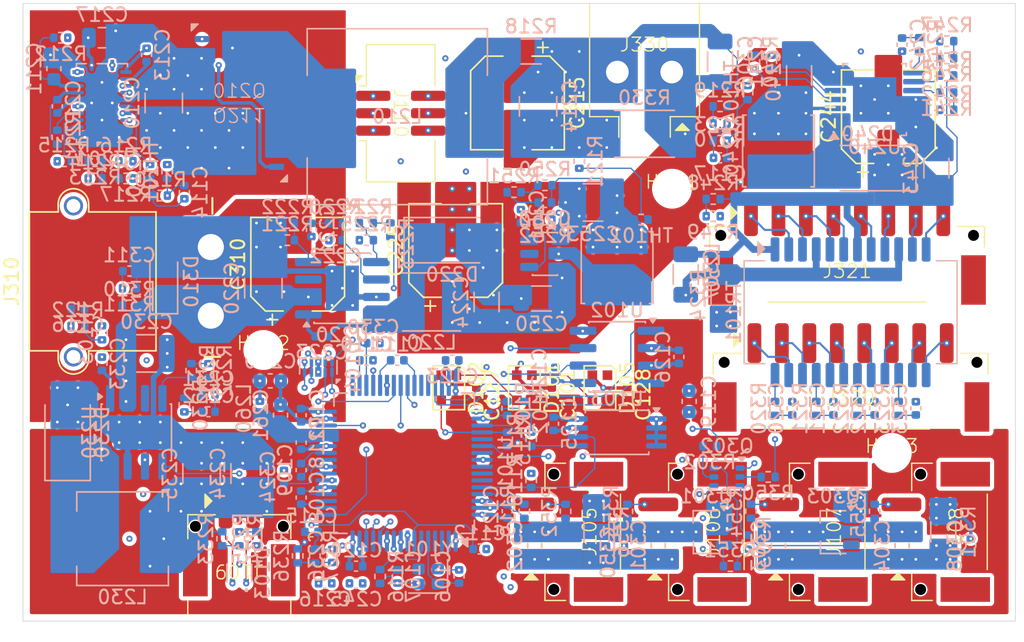
<source format=kicad_pcb>
(kicad_pcb (version 20241229) (generator "pcbnew") (generator_version "9.0")
  (layers (0 "F.Cu" signal) (4 "In1.Cu" signal) (6 "In2.Cu" signal) (8 "In3.Cu" signal) (10 "In4.Cu" signal) (2 "B.Cu" signal) (13 "F.Paste" user) (15 "B.Paste" user) (5 "F.SilkS" user "F.Silkscreen") (7 "B.SilkS" user "B.Silkscreen") (1 "F.Mask" user) (3 "B.Mask" user) (25 "Edge.Cuts" user))
  (net 0 "")
  (net 1 "GND")
  (net 2 "/OSC_IN")
  (net 3 "/OSC_OUT_L")
  (net 4 "/IS_{24,O}")
  (net 5 "/IS_{24,M}")
  (net 6 "/IS_{19,M}")
  (net 7 "/IS_{19,O}")
  (net 8 "/DBG.NRST")
  (net 9 "/TEMP0")
  (net 10 "/TEMP1")
  (net 11 "/TEMP2")
  (net 12 "/TEMP3")
  (net 13 "VDDA")
  (net 14 "VDD")
  (net 15 "+5V")
  (net 16 "VBUS")
  (net 17 "/Regulators/19V_{VCC}")
  (net 18 "/Regulators/19V_{VDDA}")
  (net 19 "/Regulators/19V_{SW}")
  (net 20 "/Regulators/19V_{BOOT}")
  (net 21 "+19V")
  (net 22 "/Regulators/VS_{19V}")
  (net 23 "/Regulators/12V_{COMPM}")
  (net 24 "/Regulators/12V_{COMP}")
  (net 25 "/Regulators/12V_{SW}")
  (net 26 "/Regulators/12V_{BST}")
  (net 27 "+12V")
  (net 28 "/Regulators/VS_{5V}")
  (net 29 "/Regulators/5V_{COMPM}")
  (net 30 "/Regulators/5V_{COMP}")
  (net 31 "/Regulators/5V_{SW}")
  (net 32 "/Regulators/5V_{BST}")
  (net 33 "/Regulators/VS_{24V}")
  (net 34 "/Regulators/24V_{SS}")
  (net 35 "/Regulators/24V_{COMPM}")
  (net 36 "+24V")
  (net 37 "/Connectors/IS_{5VB}")
  (net 38 "/Regulators/3V3_{BST}")
  (net 39 "/Regulators/3V3_{SW}")
  (net 40 "/Regulators/3V3_{FB}")
  (net 41 "/Connectors/VS_{VBUS}")
  (net 42 "/Connectors/ETH_{IAT}")
  (net 43 "/Connectors/ETH_{ICT}")
  (net 44 "/Connectors/ETH_{IBT}")
  (net 45 "/Connectors/ETH_{IDT}")
  (net 46 "/Connectors/IS_{24V}")
  (net 47 "/Connectors/IS_{19V}")
  (net 48 "/Connectors/IS_{5VA}")
  (net 49 "/ARGB_{I,1}")
  (net 50 "/ARGB_{I,0}")
  (net 51 "/CANH")
  (net 52 "/CANL")
  (net 53 "/DBG.SWO")
  (net 54 "/DBG.SWCLK")
  (net 55 "/DBG.SWDIO")
  (net 56 "/Regulators/24V_{SW}")
  (net 57 "/Connectors/PO_{5A}")
  (net 58 "/Connectors/ARGB_{0}")
  (net 59 "/Connectors/ARGB_{1}")
  (net 60 "/Connectors/ARGB_{2}")
  (net 61 "/Connectors/ARGB_{3}")
  (net 62 "/Connectors/ETH_{ID-}")
  (net 63 "/Connectors/ETH_{IA+}")
  (net 64 "/Connectors/ETH_{IB+}")
  (net 65 "/Connectors/ETH_{IA-}")
  (net 66 "/Connectors/ETH_{IC-}")
  (net 67 "/Connectors/ETH_{ID+}")
  (net 68 "/Connectors/ETH_{IB-}")
  (net 69 "/Connectors/ETH_{IC+}")
  (net 70 "/Connectors/ETH_{OA+}")
  (net 71 "/Connectors/ETH_{OC-}")
  (net 72 "/Connectors/ETH_{OD-}")
  (net 73 "/Connectors/ETH_{OC+}")
  (net 74 "/Connectors/ETH_{OD+}")
  (net 75 "/Connectors/ETH_{OB+}")
  (net 76 "/Connectors/ETH_{OA-}")
  (net 77 "/Connectors/ETH_{OB-}")
  (net 78 "/Regulators/19V_{SH}")
  (net 79 "/Regulators/19V_{HO}")
  (net 80 "/Regulators/19V_{LO}")
  (net 81 "/Connectors/PO_{5B}")
  (net 82 "/Connectors/QG_{5A}")
  (net 83 "Net-(Q302A-B1)")
  (net 84 "/OSC_OUT")
  (net 85 "/I2C_SDA")
  (net 86 "/I2C_SCL")
  (net 87 "Net-(U101A-PB8-BOOT)")
  (net 88 "/Regulators/EN_{19V}")
  (net 89 "/Regulators/19V_{EXTCOMP}")
  (net 90 "/Regulators/19V_{PG}")
  (net 91 "/Regulators/19V_{CNFG}")
  (net 92 "/Regulators/19V_{CNFGM}")
  (net 93 "/Regulators/19V_{RT}")
  (net 94 "/Regulators/19V_{FB}")
  (net 95 "/Regulators/12V_{CLK}")
  (net 96 "/Regulators/12V_{FBM}")
  (net 97 "/Regulators/12V_{FB}")
  (net 98 "/Regulators/5V_{CLK}")
  (net 99 "/Regulators/5V_{FBM}")
  (net 100 "/Regulators/5V_{FB}")
  (net 101 "/Regulators/EN_{24V}")
  (net 102 "/Regulators/24V_{FREQM}")
  (net 103 "/Regulators/24V_{FREQ}")
  (net 104 "/Regulators/24V_{COMP}")
  (net 105 "/Regulators/24V_{FB}")
  (net 106 "/Regulators/24V_{FBLM}")
  (net 107 "/Regulators/3V3_{FBM}")
  (net 108 "/Connectors/ETH_{IAM}")
  (net 109 "/Connectors/ETH_{ICM}")
  (net 110 "/Connectors/ETH_{IBM}")
  (net 111 "/Connectors/ETH_{IDM}")
  (net 112 "/Connectors/NEN_{5VB}")
  (net 113 "/Connectors/NEN_{5VA}")
  (net 119 "/CAN_RX")
  (net 124 "/CAN_TX")
  (net 131 "/ARGB_{I,2}")
  (net 133 "Net-(Q302B-B2)")
  (net 134 "/Connectors/QG_{5B}")
  (net 135 "/IS_{5A,M}")
  (net 136 "/IS_{5A,O}")
  (net 137 "/IS_{5B,O}")
  (net 138 "/IS_{5B,M}")
  (footprint "Bluesat:IDC6" (layer "F.Cu") (at 27.5 -14.5 -90)
    (property "Reference" "J110")
    (property "Value" "IDC6")
  )
  (footprint "Bluesat:SM02B-PASS" (layer "F.Cu") (at 15.75 22.5 180)
    (property "Reference" "J109")
    (property "Value" "SM02B-PASS")
  )
  (footprint "Bluesat:M2.5" (layer "F.Cu") (at 47.25 -9)
    (property "Reference" "H101")
    (property "Value" "M2.5")
  )
  (footprint "Bluesat:M2.5" (layer "F.Cu") (at 63.25 10.25)
    (property "Reference" "H103")
    (property "Value" "M2.5")
  )
  (footprint "Capacitor_SMD:CP_Elec_6.3x7.7" (layer "F.Cu") (at 20 -3.5 90)
    (property "Reference" "C310")
    (property "Value" "270u")
  )
  (footprint "LED_SMD:LED_WS2812B-2020_PLCC4_2.0x2.0mm" (layer "F.Cu") (at 36.5 5.5 -90)
    (property "Reference" "D101")
    (property "Value" "WS2812B-2020")
  )
  (footprint "Bluesat:BM03B-PASS" (layer "F.Cu") (at 55.05 16 90)
    (property "Reference" "J107")
    (property "Value" "BM03B-PASS")
  )
  (footprint "Bluesat:BM08B-PASS" (layer "F.Cu") (at 60.25 2.25)
    (property "Reference" "J320")
    (property "Value" "BM08B-PASS")
  )
  (footprint "Bluesat:S2P-VH" (layer "F.Cu") (at 45.25 -22.5)
    (property "Reference" "J330")
    (property "Value" "S2P-VH")
  )
  (footprint "Capacitor_SMD:CP_Elec_6.3x7.7" (layer "F.Cu") (at 36 -15.25 -90)
    (property "Reference" "C215")
    (property "Value" "68u")
  )
  (footprint "LED_SMD:LED_WS2812B-2020_PLCC4_2.0x2.0mm" (layer "F.Cu") (at 31 5.5 -90)
    (property "Reference" "D102")
    (property "Value" "WS2812B-2020")
  )
  (footprint "Bluesat:M2.5" (layer "F.Cu") (at 17.5 2.75)
    (property "Reference" "H102")
    (property "Value" "M2.5")
  )
  (footprint "Bluesat:BM03B-PASS" (layer "F.Cu") (at 63.95 16 90)
    (property "Reference" "J108")
    (property "Value" "BM03B-PASS")
  )
  (footprint "Capacitor_SMD:C_0402_1005Metric" (layer "F.Cu") (at 44 6 -90)
    (property "Reference" "C128")
    (property "Value" "220n")
  )
  (footprint "Bluesat:BM08B-PASS" (layer "F.Cu") (at 60 -7)
    (property "Reference" "J321")
    (property "Value" "BM08B-PASS")
  )
  (footprint "Bluesat:BM03B-PASS" (layer "F.Cu") (at 46.25 16 90)
    (property "Reference" "J106")
    (property "Value" "BM03B-PASS")
  )
  (footprint "Capacitor_SMD:CP_Elec_6.3x7.7" (layer "F.Cu") (at 31.5 -4.5 90)
    (property "Reference" "C225")
    (property "Value" "68u")
  )
  (footprint "Capacitor_SMD:C_0402_1005Metric" (layer "F.Cu") (at 38.5 6 -90)
    (property "Reference" "C101")
    (property "Value" "220n")
  )
  (footprint "LED_SMD:LED_WS2812B-2020_PLCC4_2.0x2.0mm" (layer "F.Cu") (at 42 5.5 -90)
    (property "Reference" "D105")
    (property "Value" "WS2812B-2020")
  )
  (footprint "Bluesat:BM03B-PASS" (layer "F.Cu") (at 37.25 16 90)
    (property "Reference" "J105")
    (property "Value" "BM03B-PASS")
  )
  (footprint "Capacitor_SMD:C_0402_1005Metric" (layer "F.Cu") (at 33 6 -90)
    (property "Reference" "C127")
    (property "Value" "220n")
  )
  (footprint "Connector_AMASS:AMASS_XT30PW-M_1x02_P2.50mm_Horizontal" (layer "F.Cu") (at 13.675 -4.75 90)
    (property "Reference" "J310")
    (property "Value" "XT30M")
  )
  (footprint "Capacitor_SMD:CP_Elec_6.3x7.7" (layer "F.Cu") (at 63 -14.25 90)
    (property "Reference" "C244")
    (property "Value" "68u")
  )
  (footprint "Capacitor_SMD:C_1206_3216Metric" (layer "B.Cu") (at 48.25 -2.75 90)
    (property "Reference" "C307")
    (property "Value" "2u2")
  )
  (footprint "Capacitor_SMD:C_0402_1005Metric" (layer "B.Cu") (at 24.25 18.5 180)
    (property "Reference" "C120")
    (property "Value" "220n")
  )
  (footprint "Resistor_SMD:R_0402_1005Metric" (layer "B.Cu") (at 67.25 -14.75 180)
    (property "Reference" "R242")
    (property "Value" "22k")
  )
  (footprint "Capacitor_SMD:C_0402_1005Metric" (layer "B.Cu") (at 22.5 17.75 -90)
    (property "Reference" "C236")
    (property "Value" "10n")
  )
  (footprint "Resistor_SMD:R_0402_1005Metric" (layer "B.Cu") (at 25 -5.25 180)
    (property "Reference" "R225")
    (property "Value" "10k")
  )
  (footprint "Capacitor_SMD:C_0402_1005Metric" (layer "B.Cu") (at 21.75 1.75)
    (property "Reference" "C223")
    (property "Value" "100n")
  )
  (footprint "Resistor_SMD:R_0402_1005Metric" (layer "B.Cu") (at 67.25 -17.25 180)
    (property "Reference" "R244")
    (property "Value" "220k")
  )
  (footprint "Capacitor_SMD:C_1210_3225Metric" (layer "B.Cu") (at 10.25 -15.25 -90)
    (property "Reference" "C210")
    (property "Value" "4u7")
  )
  (footprint "Resistor_SMD:R_0402_1005Metric" (layer "B.Cu") (at 38 -6.75)
    (property "Reference" "R252")
    (property "Value" "10k")
  )
  (footprint "Resistor_SMD:R_0402_1005Metric" (layer "B.Cu") (at 7.5 -11 180)
    (property "Reference" "R216")
    (property "Value" "220k")
  )
  (footprint "Resistor_SMD:R_0402_1005Metric" (layer "B.Cu") (at 7.5 -9.75)
    (property "Reference" "R217")
    (property "Value" "10k")
  )
  (footprint "Capacitor_SMD:C_0402_1005Metric" (layer "B.Cu") (at 25 3.5 180)
    (property "Reference" "C110")
    (property "Value" "100p")
  )
  (footprint "Resistor_SMD:R_0402_1005Metric" (layer "B.Cu") (at 10.5 -10.25 -90)
    (property "Reference" "TH101")
    (property "Value" "10k")
  )
  (footprint "Capacitor_SMD:C_0402_1005Metric" (layer "B.Cu") (at 20.25 13.5 90)
    (property "Reference" "C108")
    (property "Value" "100p")
  )
  (footprint "Capacitor_SMD:C_0603_1608Metric" (layer "B.Cu") (at 2.25 -17.75 -90)
    (property "Reference" "C211")
    (property "Value" "2u2")
  )
  (footprint "Resistor_SMD:R_0402_1005Metric" (layer "B.Cu") (at 3 -11 180)
    (property "Reference" "R215")
    (property "Value" "22k")
  )
  (footprint "Capacitor_SMD:C_0603_1608Metric" (layer "B.Cu") (at 18 5 180)
    (property "Reference" "C260")
    (property "Value" "2u2")
  )
  (footprint "Capacitor_SMD:C_0402_1005Metric" (layer "B.Cu") (at 5.75 3.75 90)
    (property "Reference" "C233")
    (property "Value" "100n")
  )
  (footprint "Inductor_SMD:L_Changjiang_FXL1360" (layer "B.Cu") (at 27.25 -14.25)
    (property "Reference" "L210")
    (property "Value" "4u7")
  )
  (footprint "Resistor_SMD:R_0402_1005Metric" (layer "B.Cu") (at 22.75 -6.5 180)
    (property "Reference" "R220")
    (property "Value" "10k")
  )
  (footprint "Resistor_SMD:R_2512_6332Metric" (layer "B.Cu") (at 45.25 -13 180)
    (property "Reference" "R330")
    (property "Value" "20m")
  )
  (footprint "Resistor_SMD:R_0402_1005Metric" (layer "B.Cu") (at 13.5 4.25 90)
    (property "Reference" "R232")
    (property "Value" "220k")
  )
  (footprint "Capacitor_SMD:C_0402_1005Metric" (layer "B.Cu") (at 20.25 11.5 -90)
    (property "Reference" "C109")
    (property "Value" "100p")
  )
  (footprint "Package_TO_SOT_SMD:TSOT-23" (layer "B.Cu") (at 59 16 180)
    (property "Reference" "Q303")
    (property "Value" "SSM3K333R")
  )
  (footprint "Resistor_SMD:R_0402_1005Metric" (layer "B.Cu") (at 2.5 -12.75 90)
    (property "Reference" "R211")
    (property "Value" "100k")
  )
  (footprint "Capacitor_SMD:C_0402_1005Metric" (layer "B.Cu") (at 24.25 19.75)
    (property "Reference" "C245")
    (property "Value" "10n")
  )
  (footprint "Capacitor_SMD:C_0402_1005Metric" (layer "B.Cu") (at 27.25 19.25 90)
    (property "Reference" "C107")
    (property "Value" "10p")
  )
  (footprint "Resistor_SMD:R_0402_1005Metric" (layer "B.Cu") (at 35.75 -8.75 180)
    (property "Reference" "R251")
    (property "Value" "10k")
  )
  (footprint "Capacitor_SMD:C_0402_1005Metric" (layer "B.Cu") (at 13.5 6 180)
    (property "Reference" "C231")
    (property "Value" "3n3")
  )
  (footprint "Capacitor_SMD:C_1206_3216Metric" (layer "B.Cu") (at 56.5 -17.25 -90)
    (property "Reference" "C240")
    (property "Value" "4u7")
  )
  (footprint "Capacitor_SMD:C_1210_3225Metric" (layer "B.Cu") (at 41.5 -8)
    (property "Reference" "C253")
    (property "Value" "10u")
  )
  (footprint "Resistor_SMD:R_0402_1005Metric" (layer "B.Cu") (at 50 9.75)
    (property "Reference" "R302")
    (property "Value" "10k")
  )
  (footprint "Resistor_SMD:R_0402_1005Metric" (layer "B.Cu") (at 7.75 -0.5 180)
    (property "Reference" "R310")
    (property "Value" "220k")
  )
  (footprint "Resistor_SMD:R_0402_1005Metric" (layer "B.Cu") (at 50.75 -13.75)
    (property "Reference" "R270")
    (property "Value" "10k")
  )
  (footprint "Diode_SMD:D_SMF" (layer "B.Cu") (at 10.25 -2.25 90)
    (property "Reference" "D310")
    (property "Value" "30V")
  )
  (footprint "Capacitor_SMD:C_1206_3216Metric" (layer "B.Cu") (at 37.75 -1)
    (property "Reference" "C250")
    (property "Value" "2u2")
  )
  (footprint "Capacitor_SMD:C_0402_1005Metric" (layer "B.Cu") (at 36.25 -7 90)
    (property "Reference" "C251")
    (property "Value" "220n")
  )
  (footprint "Capacitor_SMD:C_0402_1005Metric" (layer "B.Cu") (at 54.5 -18.25 -90)
    (property "Reference" "C241")
    (property "Value" "33n")
  )
  (footprint "Capacitor_SMD:C_0402_1005Metric" (layer "B.Cu") (at 69 17 -90)
    (property "Reference" "C308")
    (property "Value" "220n")
  )
  (footprint "Resistor_SMD:R_0402_1005Metric" (layer "B.Cu") (at 2.75 -20)
    (property "Reference" "R212")
    (property "Value" "10k")
  )
  (footprint "Resistor_SMD:R_0402_1005Metric" (layer "B.Cu") (at 17 16.5 -90)
    (property "Reference" "R235")
    (property "Value" "10k")
  )
  (footprint "Resistor_SMD:R_0402_1005Metric" (layer "B.Cu") (at 53.25 -18.25 90)
    (property "Reference" "R240")
    (property "Value" "10k")
  )
  (footprint "Resistor_SMD:R_0402_1005Metric" (layer "B.Cu") (at 4 1 180)
    (property "Reference" "R122")
    (property "Value" "2k2")
  )
  (footprint "Capacitor_SMD:C_0402_1005Metric" (layer "B.Cu") (at 65 7 -90)
    (property "Reference" "C323")
    (property "Value" "1n")
  )
  (footprint "Capacitor_SMD:C_0603_1608Metric" (layer "B.Cu") (at 64 17 -90)
    (property "Reference" "C304")
    (property "Value" "2u2")
  )
  (footprint "Resistor_SMD:R_0402_1005Metric" (layer "B.Cu") (at 50.75 -12.5 180)
    (property "Reference" "R123")
    (property "Value" "2k2")
  )
  (footprint "Resistor_SMD:R_0402_1005Metric" (layer "B.Cu") (at 9.25 -10.25 -90)
    (property "Reference" "R210")
    (property "Value" "10k")
  )
  (footprint "Resistor_SMD:R_0402_1005Metric" (layer "B.Cu") (at 21.25 17.75 90)
    (property "Reference" "R327")
    (property "Value" "10k")
  )
  (footprint "Capacitor_SMD:C_0402_1005Metric" (layer "B.Cu") (at 38 -8)
    (property "Reference" "C252")
    (property "Value" "33p")
  )
  (footprint "Capacitor_SMD:C_0402_1005Metric" (layer "B.Cu") (at 31.75 19.25 -90)
    (property "Reference" "C106")
    (property "Value" "10p")
  )
  (footprint "Resistor_SMD:R_0402_1005Metric" (layer "B.Cu") (at 5.75 1.5 -90)
    (property "Reference" "TH103")
    (property "Value" "10k")
  )
  (footprint "Resistor_SMD:R_0402_1005Metric" (layer "B.Cu") (at 26.75 -6 90)
    (property "Reference" "R223")
    (property "Value" "100k")
  )
  (footprint "Capacitor_SMD:C_0603_1608Metric" (layer "B.Cu") (at 48.5 6.5 90)
    (property "Reference" "C119")
    (property "Value" "2u2")
  )
  (footprint "Capacitor_SMD:C_0402_1005Metric" (layer "B.Cu") (at 56 7 -90)
    (property "Reference" "C320")
    (property "Value" "1n")
  )
  (footprint "Resistor_SMD:R_0402_1005Metric" (layer "B.Cu") (at 50.25 -8.25 180)
    (property "Reference" "R248")
    (property "Value" "100k")
  )
  (footprint "Bluesat:HTSSOP-14_4.4x5.0-0.65-EP" (layer "B.Cu") (at 62 -15.5)
    (property "Reference" "U240")
    (property "Value" "TPS61175")
  )
  (footprint "Resistor_SMD:R_0402_1005Metric" (layer "B.Cu") (at 12.25 4.25 90)
    (property "Reference" "R231")
    (property "Value" "100k")
  )
  (footprint "Capacitor_SMD:C_0603_1608Metric" (layer "B.Cu") (at 55 17 -90)
    (property "Reference" "C303")
    (property "Value" "2u2")
  )
  (footprint "Package_SO:SOIC-8_3.9x4.9mm_P1.27mm" (layer "B.Cu") (at 43.25 3.25 180)
    (property "Reference" "U102")
    (property "Value" "TCAN1462V")
  )
  (footprint "Capacitor_SMD:C_0402_1005Metric" (layer "B.Cu") (at 7.75 -3 180)
    (property "Reference" "C311")
    (property "Value" "10n")
  )
  (footprint "Capacitor_SMD:C_0402_1005Metric" (layer "B.Cu") (at 59 7 -90)
    (property "Reference" "C321")
    (property "Value" "1n")
  )
  (footprint "Resistor_SMD:R_0402_1005Metric" (layer "B.Cu") (at 17.25 7 -90)
    (property "Reference" "L260")
    (property "Value" "600R")
  )
  (footprint "Package_DFN_QFN:Diodes_UDFN-10_1.0x2.5mm_P0.5mm" (layer "B.Cu") (at 21.5 4 90)
    (property "Reference" "D104")
    (property "Value" "3V3")
  )
  (footprint "Resistor_SMD:R_0402_1005Metric" (layer "B.Cu") (at 65.25 -19.5 90)
    (property "Reference" "R243")
    (property "Value" "4k7")
  )
  (footprint "Resistor_SMD:R_0402_1005Metric" (layer "B.Cu") (at 38 -9.25 180)
    (property "Reference" "R250")
    (property "Value" "22k")
  )
  (footprint "Capacitor_SMD:C_0402_1005Metric" (layer "B.Cu") (at 22 19.75)
    (property "Reference" "C216")
    (property "Value" "10n")
  )
  (footprint "Capacitor_SMD:C_0402_1005Metric" (layer "B.Cu") (at 64 -19.5 90)
    (property "Reference" "C242")
    (property "Value" "10n")
  )
  (footprint "Resistor_SMD:R_0402_1005Metric" (layer "B.Cu") (at 57.75 7 -90)
    (property "Reference" "R321")
    (property "Value" "47R")
  )
  (footprint "Resistor_SMD:R_0402_1005Metric" (layer "B.Cu") (at 35.25 9.25 90)
    (property "Reference" "R115")
    (property "Value" "1k")
  )
  (footprint "Resistor_SMD:R_0402_1005Metric" (layer "B.Cu") (at 26 19.25 90)
    (property "Reference" "R116")
    (property "Value" "470R")
  )
  (footprint "Capacitor_SMD:C_0603_1608Metric" (layer "B.Cu") (at 18.75 7.5 -90)
    (property "Reference" "C261")
    (property "Value" "2u2")
  )
  (footprint "Capacitor_SMD:C_0402_1005Metric" (layer "B.Cu") (at 13.5 7.25 180)
    (property "Reference" "C232")
    (property "Value" "33p")
  )
  (footprint "Capacitor_SMD:C_0402_1005Metric" (layer "B.Cu") (at 27.25 3.5 180)
    (property "Reference" "C111")
    (property "Value" "100p")
  )
  (footprint "Resistor_SMD:R_1206_3216Metric" (layer "B.Cu") (at 41.75 16 90)
    (property "Reference" "R356")
    (property "Value" "50m")
  )
  (footprint "Resistor_SMD:R_0402_1005Metric" (layer "B.Cu") (at 60.75 7 -90)
    (property "Reference" "R322")
    (property "Value" "47R")
  )
  (footprint "Capacitor_SMD:C_0402_1005Metric" (layer "B.Cu") (at 38.75 4.5 -90)
    (property "Reference" "C124")
    (property "Value" "220n")
  )
  (footprint "Resistor_SMD:R_1206_3216Metric" (layer "B.Cu") (at 37 -19 180)
    (property "Reference" "R218")
    (property "Value" "5m")
  )
  (footprint "Capacitor_SMD:C_0402_1005Metric" (layer "B.Cu") (at 11.75 -8.75 90)
    (property "Reference" "C114")
    (property "Value" "220n")
  )
  (footprint "Resistor_SMD:R_0402_1005Metric" (layer "B.Cu") (at 50.75 -15 180)
    (property "Reference" "R219")
    (property "Value" "100k")
  )
  (footprint "Resistor_SMD:R_0402_1005Metric" (layer "B.Cu") (at 5.25 -11)
    (property "Reference" "R213")
    (property "Value" "6k8")
  )
  (footprint "Resistor_SMD:R_0402_1005Metric" (layer "B.Cu") (at 25 -6.5 180)
    (property "Reference" "R224")
    (property "Value" "47k")
  )
  (footprint "Bluesat:LQFP-64-0.5" (layer "B.Cu") (at 27.75 11 90)
    (property "Reference" "U101")
    (property "Value" "STM32G474_ComputePower")
  )
  (footprint "Resistor_SMD:R_0402_1005Metric" (layer "B.Cu") (at 63.75 7 -90)
    (property "Reference" "R323")
    (property "Value" "47R")
  )
  (footprint "Resistor_SMD:R_0402_1005Metric" (layer "B.Cu") (at 62 14.5 -90)
    (property "Reference" "R355")
    (property "Value" "1k")
  )
  (footprint "Capacitor_SMD:C_1210_3225Metric" (layer "B.Cu") (at 16.5 11.75 -90)
    (property "Reference" "C234")
    (property "Value" "22u")
  )
  (footprint "Resistor_SMD:R_0402_1005Metric" (layer "B.Cu") (at 35.25 7 90)
    (property "Reference" "R101")
    (property "Value" "10k")
  )
  (footprint "Resistor_SMD:R_0402_1005Metric" (layer "B.Cu") (at 45 -6.75)
    (property "Reference" "TH102")
    (property "Value" "10k")
  )
  (footprint "Resistor_SMD:R_0402_1005Metric" (layer "B.Cu") (at 53 14.5 -90)
    (property "Reference" "R354")
    (property "Value" "1k")
  )
  (footprint "Resistor_SMD:R_0402_1005Metric" (layer "B.Cu") (at 67.25 -16)
    (property "Reference" "R241")
    (property "Value" "47k")
  )
  (footprint "Resistor_SMD:R_0402_1005Metric" (layer "B.Cu") (at 5.25 -9.75 180)
    (property "Reference" "R214")
    (property "Value" "33k")
  )
  (footprint "Resistor_SMD:R_0402_1005Metric" (layer "B.Cu") (at 54.75 7 -90)
    (property "Reference" "R320")
    (property "Value" "47R")
  )
  (footprint "Package_SO:SOIC-8-1EP_3.9x4.9mm_P1.27mm_EP2.41x3.3mm" (layer "B.Cu") (at 23.25 -1.75)
    (property "Reference" "U220")
    (property "Value" "TPS54560BDDA")
  )
  (footprint "Bluesat:Transformer_Ethernet" (layer "B.Cu") (at 60.25 0 -90)
    (property "Reference" "TR101")
    (property "Value" "G2419S")
  )
  (footprint "Resistor_SMD:R_0402_1005Metric" (layer "B.Cu") (at 36.5 7 90)
    (property "Reference" "R102")
    (property "Value" "10k")
  )
  (footprint "Capacitor_SMD:C_0402_1005Metric" (layer "B.Cu") (at 43.75 17.5 -90)
    (property "Reference" "C350")
    (property "Value" "220n")
  )
  (footprint "Bluesat:SOT-363" (layer "B.Cu") (at 51.25 12 180)
    (property "Reference" "Q302")
    (property "Value" "BC846S")
  )
  (footprint "Diode_SMD:D_SMA" (layer "B.Cu") (at 61.5 -10.5 180)
    (property "Reference" "D240")
    (property "Value" "D_Schottky_Small")
  )
  (footprint "Capacitor_SMD:C_1206_3216Metric" (layer "B.Cu") (at 50.75 -18.25 90)
    (property "Reference" "C306")
    (property "Value" "2u2")
  )
  (footprint "Bluesat:PQFN_5x6mm_E_DGS" (layer "B.Cu") (at 15.75 -12.5 180)
    (property "Reference" "Q210")
    (property "Value" "IRFH7440TRPBF")
  )
  (footprint "Resistor_SMD:R_1206_3216Metric" (layer "B.Cu") (at 51 -1.25 -90)
    (property "Reference" "R324")
    (property "Value" "100m")
  )
  (footprint "Inductor_SMD:L_Changjiang_FXL0630" (layer "B.Cu") (at 7.25 16.5)
    (property "Reference" "L230")
    (property "Value" "2u2")
  )
  (footprint "Capacitor_SMD:C_0402_1005Metric" (layer "B.Cu") (at 21 16 180)
    (property "Reference" "C115")
    (property "Value" "220n")
  )
  (footprint "Capacitor_SMD:C_0402_1005Metric" (layer "B.Cu") (at 50.75 -11.25)
    (property "Reference" "C117")
    (property "Value" "220n")
  )
  (footprint "Resistor_SMD:R_0402_1005Metric" (layer "B.Cu") (at 20 17.75 -90)
    (property "Reference" "R236")
    (property "Value" "10k")
  )
  (footprint "Capacitor_SMD:C_0402_1005Metric" (layer "B.Cu") (at 20.25 7.5 90)
    (property "Reference" "C122")
    (property "Value" "220n")
  )
  (footprint "Capacitor_SMD:C_0402_1005Metric" (layer "B.Cu") (at 21 -6 90)
    (property "Reference" "C221")
    (property "Value" "3n3")
  )
  (footprint "Capacitor_SMD:C_0402_1005Metric" (layer "B.Cu") (at 31.25 3.5)
    (property "Reference" "C123")
    (property "Value" "220n")
  )
  (footprint "Resistor_SMD:R_0402_1005Metric" (layer "B.Cu") (at 15.75 16.5 90)
    (property "Reference" "R234")
    (property "Value" "4k7")
  )
  (footprint "Resistor_SMD:R_0402_1005Metric" (layer "B.Cu") (at 11.75 6.75 90)
    (property "Reference" "R230")
    (property "Value" "10k")
  )
  (footprint "Resistor_SMD:R_0402_1005Metric" (layer "B.Cu") (at 67.25 -19.75 180)
    (property "Reference" "R247")
    (property "Value" "1k5")
  )
  (footprint "Capacitor_SMD:C_0402_1005Metric" (layer "B.Cu") (at 35.25 14.5 -90)
    (property "Reference" "C121")
    (property "Value" "220n")
  )
  (footprint "Inductor_SMD:L_Changjiang_FNR5040S" (layer "B.Cu") (at 43.25 -3.25 90)
    (property "Reference" "L250")
    (property "Value" "15u")
  )
  (footprint "Resistor_SMD:R_0402_1005Metric" (layer "B.Cu") (at 14.5 16.5 -90)
    (property "Reference" "R233")
    (property "Value" "47k")
  )
  (footprint "Crystal:Crystal_SMD_2016-4Pin_2.0x1.6mm" (layer "B.Cu") (at 29.5 19.25 180)
    (property "Reference" "Y101")
    (property "Value" "24Mhz")
  )
  (footprint "Capacitor_SMD:C_0402_1005Metric" (layer "B.Cu") (at 4 -0.25)
    (property "Reference" "C116")
    (property "Value" "220n")
  )
  (footprint "Capacitor_SMD:C_0402_1005Metric" (layer "B.Cu") (at 19 12 -90)
    (property "Reference" "C324")
    (property "Value" "220n")
  )
  (footprint "Resistor_SMD:R_0402_1005Metric" (layer "B.Cu") (at 52.75 16.75 90)
    (property "Reference" "R303")
    (property "Value" "100k")
  )
  (footprint "Capacitor_SMD:C_1206_3216Metric" (layer "B.Cu") (at 33.75 -0.75 -90)
    (property "Reference" "C224")
    (property "Value" "4u7")
  )
  (footprint "Resistor_SMD:R_0402_1005Metric" (layer "B.Cu") (at 50.25 -7)
    (property "Reference" "R249")
    (property "Value" "10k")
  )
  (footprint "Capacitor_SMD:C_0402_1005Metric" (layer "B.Cu") (at 9 -18.75 90)
    (property "Reference" "C213")
    (property "Value" "100n")
  )
  (footprint "Capacitor_SMD:C_0402_1005Metric" (layer "B.Cu") (at 22.75 -5.25)
    (property "Reference" "C222")
    (property "Value" "33p")
  )
  (footprint "Capacitor_SMD:C_1206_3216Metric" (layer "B.Cu") (at 66.5 -10.5 -90)
    (property "Reference" "C243")
    (property "Value" "2u2")
  )
  (footprint "Capacitor_SMD:C_0805_2012Metric" (layer "B.Cu") (at 5.75 -20 180)
    (property "Reference" "C217")
    (property "Value" "330n")
  )
  (footprint "Capacitor_SMD:C_0402_1005Metric" (layer "B.Cu") (at 2.5 -15 90)
    (property "Reference" "C212")
    (property "Value" "220n")
  )
  (footprint "Capacitor_SMD:C_1210_3225Metric" (layer "B.Cu") (at 13 11.75 -90)
    (property "Reference" "C235")
    (property "Value" "22u")
  )
  (footprint "Resistor_SMD:R_0402_1005Metric" (layer "B.Cu") (at 36.5 14.5 -90)
    (property "Reference" "R119")
    (property "Value" "10k")
  )
  (footprint "Package_TO_SOT_SMD:SOT-523" (layer "B.Cu") (at 15.75 19 90)
    (property "Reference" "D103")
    (property "Value" "5V")
  )
  (footprint "Capacitor_SMD:C_1210_3225Metric" (layer "B.Cu") (at 9 3 180)
    (property "Reference" "C230")
    (property "Value" "4u7")
  )
  (footprint "Resistor_SMD:R_0402_1005Metric" (layer "B.Cu") (at 19.25 -5.25 180)
    (property "Reference" "R221")
    (property "Value" "100k")
  )
  (footprint "Resistor_SMD:R_0402_1005Metric" (layer "B.Cu") (at 37 9.25 -90)
    (property "Reference" "R117")
    (property "Value" "10k")
  )
  (footprint "Package_TO_SOT_SMD:TSOT-23" (layer "B.Cu") (at 49.75 16 180)
    (property "Reference" "Q301")
    (property "Value" "SSM3K333R")
  )
  (footprint "Package_SO:TSSOP-8_4.4x3mm_P0.65mm" (layer "B.Cu") (at 43.25 8.75 180)
    (property "Reference" "U103")
    (property "Value" "ZD24C128A")
  )
  (footprint "Resistor_SMD:R_0402_1005Metric" (layer "B.Cu") (at 40.5 -11 90)
    (property "Reference" "R121")
    (property "Value" "2k2")
  )
  (footprint "Capacitor_SMD:C_0402_1005Metric" (layer "B.Cu") (at 47.75 3.25 -90)
    (property "Reference" "C126")
    (property "Value" "220n")
  )
  (footprint "Capacitor_SMD:C_0603_1608Metric" (layer "B.Cu") (at 46.25 17 -90)
    (property "Reference" "C301")
    (property "Value" "2u2")
  )
  (footprint "Package_TO_SOT_SMD:TSOT-23-6" (layer "B.Cu") (at 38 -4.25 180)
    (property "Reference" "U250")
    (property "Value" "AP62200TWU")
  )
  (footprint "Resistor_SMD:R_0402_1005Metric" (layer "B.Cu") (at 19.25 -6.5 180)
    (property "Reference" "R222")
    (property "Value" "220k")
  )
  (footprint "Resistor_SMD:R_0402_1005Metric" (layer "B.Cu") (at 37 12.25 -90)
    (property "Reference" "R118")
    (property "Value" "10k")
  )
  (footprint "Resistor_SMD:R_0402_1005Metric" (layer "B.Cu") (at 44 14.5 -90)
    (property "Reference" "R353")
    (property "Value" "1k")
  )
  (footprint "Package_SO:SOIC-8-1EP_3.9x4.9mm_P1.27mm_EP2.41x3.3mm" (layer "B.Cu") (at 8.25 8.75 -90)
    (property "Reference" "U230")
    (property "Value" "TPS54560BDDA")
  )
  (footprint "Resistor_SMD:R_0402_1005Metric" (layer "B.Cu") (at 67.25 -18.5)
    (property "Reference" "R246")
    (property "Value" "10k")
  )
  (footprint "Resistor_SMD:R_0402_1005Metric" (layer "B.Cu") (at 10 -8.5 180)
    (property "Reference" "R120")
    (property "Value" "2k2")
  )
  (footprint "Inductor_SMD:L_Changjiang_FNR4020S" (layer "B.Cu") (at 29.75 -0.75)
    (property "Reference" "L220")
    (property "Value" "4u7")
  )
  (footprint "Bluesat:PQFN_5x6mm_E_DGS" (layer "B.Cu") (at 15.75 -18)
    (property "Reference" "Q211")
    (property "Value" "IRFH7440TRPBF")
  )
  (footprint "Capacitor_SMD:C_0402_1005Metric" (layer "B.Cu") (at 38.625 8.125 90)
    (property "Reference" "C125")
    (property "Value" "220n")
  )
  (footprint "Resistor_SMD:R_0402_1005Metric" (layer "B.Cu") (at 39.5 14.5 -90)
    (property "Reference" "R352")
    (property "Value" "1k")
  )
  (footprint "Capacitor_SMD:C_0603_1608Metric" (layer "B.Cu") (at 37.25 17 -90)
    (property "Reference" "C302")
    (property "Value" "2u2")
  )
  (footprint "Resistor_SMD:R_0402_1005Metric" (layer "B.Cu") (at 7.75 -1.75)
    (property "Reference" "R311")
    (property "Value" "10k")
  )
  (footprint "Resistor_SMD:R_0402_1005Metric" (layer "B.Cu") (at 52.75 -16 -90)
    (property "Reference" "TH104")
    (property "Value" "10k")
  )
  (footprint "Capacitor_SMD:C_0402_1005Metric" (layer "B.Cu") (at 20.25 9.5 90)
    (property "Reference" "C118")
    (property "Value" "220n")
  )
  (footprint "Resistor_SMD:R_1206_3216Metric" (layer "B.Cu") (at 67 16 90)
    (property "Reference" "R301")
    (property "Value" "50m")
  )
  (footprint "Diode_SMD:D_SMA" (layer "B.Cu") (at 3.25 8.75 90)
    (property "Reference" "D230")
    (property "Value" "D_Schottky_Small")
  )
  (footprint "Capacitor_SMD:C_1210_3225Metric" (layer "B.Cu") (at 37.5 -15 90)
    (property "Reference" "C214")
    (property "Value" "4u7")
  )
  (footprint "Inductor_SMD:L_Changjiang_FNR5040S" (layer "B.Cu") (at 55 -11.75 -90)
    (property "Reference" "L240")
    (property "Value" "15u")
  )
  (footprint "Capacitor_SMD:C_0402_1005Metric" (layer "B.Cu") (at 33.25 17.25 180)
    (property "Reference" "C112")
    (property "Value" "10n")
  )
  (footprint "Capacitor_SMD:C_0402_1005Metric" (layer "B.Cu") (at 25.5 2.25 180)
    (property "Reference" "C330")
    (property "Value" "220n")
  )
  (footprint "Resistor_SMD:R_0402_1005Metric" (layer "B.Cu") (at 51.5 18.5 180)
    (property "Reference" "R351")
    (property "Value" "100k")
  )
  (footprint "Capacitor_SMD:C_1210_3225Metric" (layer "B.Cu") (at 17.5 -1.75 -90)
    (property "Reference" "C220")
    (property "Value" "4u7")
  )
  (footprint "Package_DFN_QFN:Texas_RGY_R-PVQFN-N24_EP2.05x3.1mm" (layer "B.Cu") (at 5.75 -15.25)
    (property "Reference" "U201")
    (property "Value" "LM5148")
  )
  (footprint "Diode_SMD:D_SMA" (layer "B.Cu") (at 31.25 -5.25)
    (property "Reference" "D220")
    (property "Value" "D_Schottky_Small")
  )
  (footprint "Capacitor_SMD:C_0402_1005Metric" (layer "B.Cu") (at 62 7 -90)
    (property "Reference" "C322")
    (property "Value" "1n")
  )
  (footprint "Resistor_SMD:R_0402_1005Metric" (layer "B.Cu") (at 54.25 12)
    (property "Reference" "R350")
    (property "Value" "10k")
  )
  (gr_rect (start 0 -22.5) (end 72.25 22.5) (stroke (width 0.05)) (fill no) (layer "Edge.Cuts"))
  (segment (start 44 5.52) (end 42.27 5.52) (width 0.25) (layer "F.Cu") (net 1))
  (segment (start 33 5.52) (end 32.73 5.25) (width 0.25) (layer "F.Cu") (net 1))
  (segment (start 32.73 5.25) (end 31 5.25) (width 0.25) (layer "F.Cu") (net 1))
  (segment (start 35.95 4.05) (end 36.25 3.75) (width 0.25) (layer "F.Cu") (net 1))
  (segment (start 42.25 5.5) (end 41.5 4.75) (width 0.25) (layer "F.Cu") (net 1))
  (segment (start 30.45 4.7) (end 31 5.25) (width 0.25) (layer "F.Cu") (net 1))
  (segment (start 36.77 5.52) (end 36 4.75) (width 0.25) (layer "F.Cu") (net 1))
  (segment (start 35.95 4.585) (end 35.95 4.05) (width 0.25) (layer "F.Cu") (net 1))
  (segment (start 38.5 5.52) (end 36.77 5.52) (width 0.25) (layer "F.Cu") (net 1))
  (segment (start 42.27 5.52) (end 42.25 5.5) (width 0.25) (layer "F.Cu") (net 1))
  (via (at 13 11) (size 0.45) (drill 0.2) (layers "F.Cu" "B.Cu") (net 1))
  (via (at 7 -12.75) (size 0.45) (drill 0.2) (layers "F.Cu" "B.Cu") (net 1))
  (via (at 31.25 -9) (size 0.45) (drill 0.2) (layers "F.Cu" "B.Cu") (net 1))
  (via (at 22.5 -3) (size 0.45) (drill 0.2) (layers "F.Cu" "B.Cu") (net 1))
  (via (at 7 9.5) (size 0.45) (drill 0.2) (layers "F.Cu" "B.Cu") (net 1))
  (via (at 50.27 -11.25) (size 0.45) (drill 0.2) (layers "F.Cu" "B.Cu") (net 1))
  (via (at 36.5 -14) (size 0.45) (drill 0.2) (layers "F.Cu" "B.Cu") (net 1))
  (via (at 23.77 19.75) (size 0.45) (drill 0.2) (layers "F.Cu" "B.Cu") (net 1))
  (via (at 17 -4.75) (size 0.45) (drill 0.2) (layers "F.Cu" "B.Cu") (net 1))
  (via (at 33.5 -3.25) (size 0.45) (drill 0.2) (layers "F.Cu" "B.Cu") (net 1))
  (via (at 16 11) (size 0.45) (drill 0.2) (layers "F.Cu" "B.Cu") (net 1))
  (via (at 42.25 13.75) (size 0.45) (drill 0.2) (layers "F.Cu" "B.Cu") (net 1))
  (via (at 10 -17.25) (size 0.45) (drill 0.2) (layers "F.Cu" "B.Cu") (net 1))
  (via (at 29.5 -14.5) (size 0.45) (drill 0.2) (layers "F.Cu" "B.Cu") (net 1))
  (via (at 32.5 -9) (size 0.45) (drill 0.2) (layers "F.Cu" "B.Cu") (net 1))
  (via (at 4 5.5) (size 0.45) (drill 0.2) (layers "F.Cu" "B.Cu") (net 1))
  (via (at 14 6) (size 0.45) (drill 0.2) (layers "F.Cu" "B.Cu") (net 1))
  (via (at 2 -18.75) (size 0.45) (drill 0.2) (layers "F.Cu" "B.Cu") (net 1))
  (via (at 56 6.5) (size 0.45) (drill 0.2) (layers "F.Cu" "B.Cu") (net 1))
  (via (at 4.5 -12.75) (size 0.45) (drill 0.2) (layers "F.Cu" "B.Cu") (net 1))
  (via (at 50.5 0) (size 0.45) (drill 0.2) (layers "F.Cu" "B.Cu") (net 1))
  (via (at 19 11.52) (size 0.45) (drill 0.2) (layers "F.Cu" "B.Cu") (net 1))
  (via (at 62 -15.5) (size 0.45) (drill 0.2) (layers "F.Cu" "B.Cu") (net 1))
  (via (at 22.075 7.75) (size 0.45) (drill 0.2) (layers "F.Cu" "B.Cu") (net 1))
  (via (at 31.75 18.77) (size 0.45) (drill 0.2) (layers "F.Cu" "B.Cu") (net 1))
  (via (at 51.26 -13.75) (size 0.45) (drill 0.2) (layers "F.Cu" "B.Cu") (net 1))
  (via (at 40 8.425) (size 0.45) (drill 0.2) (layers "F.Cu" "B.Cu") (net 1))
  (via (at 6.75 -20.5) (size 0.45) (drill 0.2) (layers "F.Cu" "B.Cu") (net 1))
  (via (at 36.25 3.75) (size 0.45) (drill 0.2) (layers "F.Cu" "B.Cu") (net 1))
  (via (at 23.25 -1.75) (size 0.45) (drill 0.2) (layers "F.Cu" "B.Cu") (net 1))
  (via (at 38.5 -6.75) (size 0.45) (drill 0.2) (layers "F.Cu" "B.Cu") (net 1))
  (via (at 34.5 -4.5) (size 0.45) (drill 0.2) (layers "F.Cu" "B.Cu") (net 1))
  (via (at 48.5 7.275) (size 0.45) (drill 0.2) (layers "F.Cu" "B.Cu") (net 1))
  (via (at 38.75 4) (size 0.45) (drill 0.2) (layers "F.Cu" "B.Cu") (net 1))
  (via (at 45.75 2.625) (size 0.45) (drill 0.2) (layers "F.Cu" "B.Cu") (net 1))
  (via (at 61 -16.5) (size 0.45) (drill 0.2) (layers "F.Cu" "B.Cu") (net 1))
  (via (at 12 -17.25) (size 0.45) (drill 0.2) (layers "F.Cu" "B.Cu") (net 1))
  (via (at 10.5 2) (size 0.45) (drill 0.2) (layers "F.Cu" "B.Cu") (net 1))
  (via (at 40.5 -7) (size 0.45) (drill 0.2) (layers "F.Cu" "B.Cu") (net 1))
  (via (at 10.5 3) (size 0.45) (drill 0.2) (layers "F.Cu" "B.Cu") (net 1))
  (via (at 34 14.25) (size 0.45) (drill 0.2) (layers "F.Cu" "B.Cu") (net 1))
  (via (at 24 -0.5) (size 0.45) (drill 0.2) (layers "F.Cu" "B.Cu") (net 1))
  (via (at 2.5 -11) (size 0.45) (drill 0.2) (layers "F.Cu" "B.Cu") (net 1))
  (via (at 41.25 14.75) (size 0.45) (drill 0.2) (layers "F.Cu" "B.Cu") (net 1))
  (via (at 42.5 -14) (size 0.45) (drill 0.2) (layers "F.Cu" "B.Cu") (net 1))
  (via (at 21.5 3.5875) (size 0.45) (drill 0.2) (layers "F.Cu" "B.Cu") (net 1))
  (via (at 65 6.5) (size 0.45) (drill 0.2) (layers "F.Cu" "B.Cu") (net 1))
  (via (at 40.5 -9) (size 0.45) (drill 0.2) (layers "F.Cu" "B.Cu") (net 1))
  (via (at 10.5 4) (size 0.45) (drill 0.2) (layers "F.Cu" "B.Cu") (net 1))
  (via (at 6.5 -15.25) (size 0.45) (drill 0.2) (layers "F.Cu" "B.Cu") (net 1))
  (via (at 43.75 17) (size 0.45) (drill 0.2) (layers "F.Cu" "B.Cu") (net 1))
  (via (at 3.49 1) (size 0.45) (drill 0.2) (layers "F.Cu" "B.Cu") (net 1))
  (via (at 25.725 -1.115) (size 0.45) (drill 0.2) (layers "F.Cu" "B.Cu") (net 1))
  (via (at 11 -16.25) (size 0.45) (drill 0.2) (layers "F.Cu" "B.Cu") (net 1))
  (via (at 63 -16.5) (size 0.45) (drill 0.2) (layers "F.Cu" "B.Cu") (net 1))
  (via (at 32.5 -6) (size 0.45) (drill 0.2) (layers "F.Cu" "B.Cu") (net 1))
  (via (at 5.75 -14) (size 0.45) (drill 0.2) (layers "F.Cu" "B.Cu") (net 1))
  (via (at 22.25 -5.25) (size 0.45) (drill 0.2) (layers "F.Cu" "B.Cu") (net 1))
  (via (at 5 -15.25) (size 0.45) (drill 0.2) (layers "F.Cu" "B.Cu") (net 1))
  (via (at 14.5 9.5) (size 0.45) (drill 0.2) (layers "F.Cu" "B.Cu") (net 1))
  (via (at 10 9.5) (size 0.45) (drill 0.2) (layers "F.Cu" "B.Cu") (net 1))
  (via (at 34.25 6.5) (size 0.45) (drill 0.2) (layers "F.Cu" "B.Cu") (net 1))
  (via (at 11.75 -8.25) (size 0.45) (drill 0.2) (layers "F.Cu" "B.Cu") (net 1))
  (via (at 38.5 -14) (size 0.45) (drill 0.2) (layers "F.Cu" "B.Cu") (net 1))
  (via (at 36.275 -1) (size 0.45) (drill 0.2) (layers "F.Cu" "B.Cu") (net 1))
  (via (at 62 6.5) (size 0.45) (drill 0.2) (layers "F.Cu" "B.Cu") (net 1))
  (via (at 56.5 -18.725) (size 0.45) (drill 0.2) (layers "F.Cu" "B.Cu") (net 1))
  (via (at 59 -17.5) (size 0.45) (drill 0.2) (layers "F.Cu" "B.Cu") (net 1))
  (via (at 65 -15.5) (size 0.45) (drill 0.2) (layers "F.Cu" "B.Cu") (net 1))
  (via (at 4.75 -9.75) (size 0.45) (drill 0.2) (layers "F.Cu" "B.Cu") (net 1))
  (via (at 5.75 -16.75) (size 0.45) (drill 0.2) (layers "F.Cu" "B.Cu") (net 1))
  (via (at 66.5 14) (size 0.45) (drill 0.2) (layers "F.Cu" "B.Cu") (net 1))
  (via (at 51.5 0) (size 0.45) (drill 0.2) (layers "F.Cu" "B.Cu") (net 1))
  (via (at 8.5 9.5) (size 0.45) (drill 0.2) (layers "F.Cu" "B.Cu") (net 1))
  (via (at 13 -16.25) (size 0.45) (drill 0.2) (layers "F.Cu" "B.Cu") (net 1))
  (via (at 24 -3) (size 0.45) (drill 0.2) (layers "F.Cu" "B.Cu") (net 1))
  (via (at 2.5 5.5) (size 0.45) (drill 0.2) (layers "F.Cu" "B.Cu") (net 1))
  (via (at 4 8) (size 0.45) (drill 0.2) (layers "F.Cu" "B.Cu") (net 1))
  (via (at 31.25 -7.5) (size 0.45) (drill 0.2) (layers "F.Cu" "B.Cu") (net 1))
  (via (at 38.5 -12) (size 0.45) (drill 0.2) (layers "F.Cu" "B.Cu") (net 1))
  (via (at 8.5 8) (size 0.45) (drill 0.2) (layers "F.Cu" "B.Cu") (net 1))
  (via (at 42.25 5.5) (size 0.45) (drill 0.2) (layers "F.Cu" "B.Cu") (net 1))
  (via (at 2.5 8) (size 0.45) (drill 0.2) (layers "F.Cu" "B.Cu") (net 1))
  (via (at 9 -16.25) (size 0.45) (drill 0.2) (layers "F.Cu" "B.Cu") (net 1))
  (via (at 30.25 18.75) (size 0.45) (drill 0.2) (layers "F.Cu" "B.Cu") (net 1))
  (via (at 21.52 19.75) (size 0.45) (drill 0.2) (layers "F.Cu" "B.Cu") (net 1))
  (via (at 31 5.25) (size 0.45) (drill 0.2) (layers "F.Cu" "B.Cu") (net 1))
  (via (at 7 8) (size 0.45) (drill 0.2) (layers "F.Cu" "B.Cu") (net 1))
  (via (at 67.5 14) (size 0.45) (drill 0.2) (layers "F.Cu" "B.Cu") (net 1))
  (via (at 22.075 9.75) (size 0.45) (drill 0.2) (layers "F.Cu" "B.Cu") (net 1))
  (via (at 17 -6.5) (size 0.45) (drill 0.2) (layers "F.Cu" "B.Cu") (net 1))
  (via (at 22.5 -0.5) (size 0.45) (drill 0.2) (layers "F.Cu" "B.Cu") (net 1))
  (via (at 31.25 -4.5) (size 0.45) (drill 0.2) (layers "F.Cu" "B.Cu") (net 1))
  (via (at 17 17) (size 0.45) (drill 0.2) (layers "F.Cu" "B.Cu") (net 1))
  (via (at 27.25 19.73) (size 0.45) (drill 0.2) (layers "F.Cu" "B.Cu") (net 1))
  (via (at 66.5 15) (size 0.45) (drill 0.2) (layers "F.Cu" "B.Cu") (net 1))
  (via (at 31.25 -6) (size 0.45) (drill 0.2) (layers "F.Cu" "B.Cu") (net 1))
  (via (at 36.5 -12) (size 0.45) (drill 0.2) (layers "F.Cu" "B.Cu") (net 1))
  (via (at 39.5 -8) (size 0.45) (drill 0.2) (layers "F.Cu" "B.Cu") (net 1))
  (via (at 54.5 -18.75) (size 0.45) (drill 0.2) (layers "F.Cu" "B.Cu") (net 1))
  (via (at 22.5 17.25) (size 0.45) (drill 0.2) (layers "F.Cu" "B.Cu") (net 1))
  (via (at 69 16.5) (size 0.45) (drill 0.2) (layers "F.Cu" "B.Cu") (net 1))
  (via (at 61 -19) (size 0.45) (drill 0.2) (layers "F.Cu" "B.Cu") (net 1))
  (via (at 21 -5.5) (size 0.45) (drill 0.2) (layers "F.Cu" "B.Cu") (net 1))
  (via (at 40.5 -14) (size 0.45) (drill 0.2) (layers "F.Cu" "B.Cu") (net 1))
  (via (at 50.76 -7) (size 0.45) (drill 0.2) (layers "F.Cu" "B.Cu") (net 1))
  (via (at 64 -19) (size 0.45) (drill 0.2) (layers "F.Cu" "B.Cu") (net 1))
  (via (at 59 6.5) (size 0.45) (drill 0.2) (layers "F.Cu" "B.Cu") (net 1))
  (via (at 61 -14.5) (size 0.45) (drill 0.2) (layers "F.Cu" "B.Cu") (net 1))
  (via (at 18.75 -6.5) (size 0.45) (drill 0.2) (layers "F.Cu" "B.Cu") (net 1))
  (via (at 49.25 13.25) (size 0.45) (drill 0.2) (layers "F.Cu" "B.Cu") (net 1))
  (via (at 34.5 -6) (size 0.45) (drill 0.2) (layers "F.Cu" "B.Cu") (net 1))
  (via (at 65 -13.5) (size 0.45) (drill 0.2) (layers "F.Cu" "B.Cu") (net 1))
  (via (at 42.25 14.75) (size 0.45) (drill 0.2) (layers "F.Cu" "B.Cu") (net 1))
  (via (at 11 -18.5) (size 0.45) (drill 0.2) (layers "F.Cu" "B.Cu") (net 1))
  (via (at 39.5 -6) (size 0.45) (drill 0.2) (layers "F.Cu" "B.Cu") (net 1))
  (via (at 50.5 1) (size 0.45) (drill 0.2) (layers "F.Cu" "B.Cu") (net 1))
  (via (at 13.5 3.75) (size 0.45) (drill 0.2) (layers "F.Cu" "B.Cu") (net 1))
  (via (at 66.5 -11.975) (size 0.45) (drill 0.2) (layers "F.Cu" "B.Cu") (net 1))
  (via (at 33.73 17.25) (size 0.45) (drill 0.2) (layers "F.Cu" "B.Cu") (net 1))
  (via (at 11.5 9.5) (size 0.45) (drill 0.2) (layers "F.Cu" "B.Cu") (net 1))
  (via (at 34.25 -1.25) (size 0.45) (drill 0.2) (layers "F.Cu" "B.Cu") (net 1))
  (via (at 18.75 6.725) (size 0.45) (drill 0.2) (layers "F.Cu" "B.Cu") (net 1))
  (via (at 24.5 17.25) (size 0.45) (drill 0.2) (layers "F.Cu" "B.Cu") (net 1))
  (via (at 3.25 6.75) (size 0.45) (drill 0.2) (layers "F.Cu" "B.Cu") (net 1))
  (via (at 21.5 4.35) (size 0.45) (drill 0.2) (layers "F.Cu" "B.Cu") (net 1))
  (via (at 32.5 -4.5) (size 0.45) (drill 0.2) (layers "F.Cu" "B.Cu") (net 1))
  (via (at 18.775 5) (size 0.45) (drill 0.2) (layers "F.Cu" "B.Cu") (net 1))
  (via (at 8 -9.75) (size 0.45) (drill 0.2) (layers "F.Cu" "B.Cu") (net 1))
  (via (at 16 9.5) (size 0.45) (drill 0.2) (layers "F.Cu" "B.Cu") (net 1))
  (via (at 41.25 13.75) (size 0.45) (drill 0.2) (layers "F.Cu" "B.Cu") (net 1))
  (via (at 25.98 2.25) (size 0.45) (drill 0.2) (layers "F.Cu" "B.Cu") (net 1))
  (via (at 40.5 -12) (size 0.45) (drill 0.2) (layers "F.Cu" "B.Cu") (net 1))
  (via (at 15.75 18.375) (size 0.45) (drill 0.2) (layers "F.Cu" "B.Cu") (net 1))
  (via (at 24.5 -5.25) (size 0.45) (drill 0.2) (layers "F.Cu" "B.Cu") (net 1))
  (via (at 17.75 11) (size 0.45) (drill 0.2) (layers "F.Cu" "B.Cu") (net 1))
  (via (at 28.75 19.73) (size 0.45) (drill 0.2) (layers "F.Cu" "B.Cu") (net 1))
  (via (at 18.75 -4.75) (size 0.45) (drill 0.2) (layers "F.Cu" "B.Cu") (net 1))
  (via (at 63 -14.5) (size 0.45) (drill 0.2) (layers "F.Cu" "B.Cu") (net 1))
  (via (at 66.75 -14.75) (size 0.45) (drill 0.2) (layers "F.Cu" "B.Cu") (net 1))
  (via (at 13 9.5) (size 0.45) (drill 0.2) (layers "F.Cu" "B.Cu") (net 1))
  (via (at 66.75 -19.75) (size 0.45) (drill 0.2) (layers "F.Cu" "B.Cu") (net 1))
  (via (at 13 -18.5) (size 0.45) (drill 0.2) (layers "F.Cu" "B.Cu") (net 1))
  (via (at 10 8) (size 0.45) (drill 0.2) (layers "F.Cu" "B.Cu") (net 1))
  (via (at 32.5 -7.5) (size 0.45) (drill 0.2) (layers "F.Cu" "B.Cu") (net 1))
  (via (at 51.5 1) (size 0.45) (drill 0.2) (layers "F.Cu" "B.Cu") (net 1))
  (via (at 67.5 15) (size 0.45) (drill 0.2) (layers "F.Cu" "B.Cu") (net 1))
  (via (at 46.1125 7.775) (size 0.45) (drill 0.2) (layers "F.Cu" "B.Cu") (net 1))
  (via (at 14.5 11) (size 0.45) (drill 0.2) (layers "F.Cu" "B.Cu") (net 1))
  (via (at 53.25 11) (size 0.45) (drill 0.2) (layers "F.Cu" "B.Cu") (net 1))
  (via (at 42.5 -12) (size 0.45) (drill 0.2) (layers "F.Cu" "B.Cu") (net 1))
  (segment (start 40.3875 8.425) (end 40 8.425) (width 0.25) (layer "B.Cu") (net 1))
  (segment (start 18.75 6.725) (end 18.75 5) (width 0.25) (layer "B.Cu") (net 1))
  (segment (start 7.615 11.225) (end 7.615 9.635) (width 0.4) (layer "B.Cu") (net 1))
  (segment (start 9.5 4.75) (end 9.5 8) (width 0.4) (layer "B.Cu") (net 1))
  (segment (start 24.5 16.675) (end 24.5 17.25) (width 0.25) (layer "B.Cu") (net 1))
  (segment (start 50.27 -12.47) (end 50.24 -12.5) (width 0.095) (layer "B.Cu") (net 1))
  (segment (start 13.98 7.23) (end 14 7.25) (width 0.095) (layer "B.Cu") (net 1))
  (segment (start 10.475 3.775) (end 9.5 4.75) (width 0.4) (layer "B.Cu") (net 1))
  (segment (start 9.25 -9.25) (end 9.49 -9.01) (width 0.095) (layer "B.Cu") (net 1))
  (segment (start 21.5 3.5875) (end 21.5 4.35) (width 0.25) (layer "B.Cu") (net 1))
  (segment (start 28.855 19.73) (end 28.875 19.75) (width 0.095) (layer "B.Cu") (net 1))
  (segment (start 52.9 11.35) (end 53.25 11) (width 0.095) (layer "B.Cu") (net 1))
  (segment (start 8.26 -1.75) (end 8.26 -2.97) (width 0.095) (layer "B.Cu") (net 1))
  (segment (start 27.25 19.73) (end 28.75 19.73) (width 0.095) (layer "B.Cu") (net 1))
  (segment (start 24.75 18) (end 24.75 18.5) (width 0.25) (layer "B.Cu") (net 1))
  (segment (start 50.75 -13.24) (end 51.26 -13.75) (width 0.095) (layer "B.Cu") (net 1))
  (segment (start 21 9.75) (end 22 9.75) (width 0.25) (layer "B.Cu") (net 1))
  (segment (start 36.5 15) (end 36 14.5) (width 0.095) (layer "B.Cu") (net 1))
  (segment (start 69 16.52) (end 69 16.5) (width 0.25) (layer "B.Cu") (net 1))
  (segment (start 8.01 -9.74) (end 8 -9.75) (width 0.095) (layer "B.Cu") (net 1))
  (segment (start 34.5 14.25) (end 34.75 14) (width 0.25) (layer "B.Cu") (net 1))
  (segment (start 50.24 -12.5) (end 50.75 -13.01) (width 0.095) (layer "B.Cu") (net 1))
  (segment (start 53.25 -18.76) (end 54.47 -18.76) (width 0.095) (layer "B.Cu") (net 1))
  (segment (start 13.98 7.23) (end 13.98 6) (width 0.095) (layer "B.Cu") (net 1))
  (segment (start 47.25 2.75) (end 47.75 2.75) (width 0.25) (layer "B.Cu") (net 1))
  (segment (start 50.75 -13.01) (end 50.75 -13.24) (width 0.095) (layer "B.Cu") (net 1))
  (segment (start 47.115 2.615) (end 47.25 2.75) (width 0.25) (layer "B.Cu") (net 1))
  (segment (start 21.25 17.24) (end 21.25 16.75) (width 0.095) (layer "B.Cu") (net 1))
  (segment (start 20.75 8) (end 20.25 8) (width 0.25) (layer "B.Cu") (net 1))
  (segment (start 30.27 18.77) (end 30.25 18.75) (width 0.095) (layer "B.Cu") (net 1))
  (segment (start 17.725 -3) (end 22.25 -3) (width 0.4) (layer "B.Cu") (net 1))
  (segment (start 68.5 15) (end 67.5 15) (width 0.25) (layer "B.Cu") (net 1))
  (segment (start 34 14.25) (end 34.5 14.25) (width 0.25) (layer "B.Cu") (net 1))
  (segment (start 69 16.5) (end 69 15.5) (width 0.25) (layer "B.Cu") (net 1))
  (segment (start 20.77 9.98) (end 21 9.75) (width 0.25) (layer "B.Cu") (net 1))
  (segment (start 20.23 7.98) (end 19 6.75) (width 0.25) (layer "B.Cu") (net 1))
  (segment (start 24.5 17.25) (end 24.5 17.75) (width 0.25) (layer "B.Cu") (net 1))
  (segment (start 34.75 14) (end 35.25 14) (width 0.25) (layer "B.Cu") (net 1))
  (segment (start 21 7.75) (end 20.75 8) (width 0.25) (layer "B.Cu") (net 1))
  (segment (start 35.25 6.49) (end 34.26 6.49) (width 0.095) (layer "B.Cu") (net 1))
  (segment (start 46.1125 7.775) (end 46.1125 9.6375) (width 0.25) (layer "B.Cu") (net 1))
  (segment (start 18.74 -6.49) (end 18.75 -6.5) (width 0.095) (layer "B.Cu") (net 1))
  (segment (start 35.27 14.02) (end 35.25 14.02) (width 0.095) (layer "B.Cu") (net 1))
  (segment (start 69 15.5) (end 68.5 15) (width 0.25) (layer "B.Cu") (net 1))
  (segment (start 39.325 8.425) (end 39.125 8.625) (width 0.25) (layer "B.Cu") (net 1))
  (segment (start 8.26 -2.97) (end 8.23 -3) (width 0.095) (layer "B.Cu") (net 1))
  (segment (start 21.28 17.27) (end 21.25 17.24) (width 0.095) (layer "B.Cu") (net 1))
  (segment (start 50.27 -11.25) (end 50.27 -12.47) (width 0.095) (layer "B.Cu") (net 1))
  (segment (start 30.75 4) (end 30.75 3.5) (width 0.25) (layer "B.Cu") (net 1))
  (segment (start 21.48 16.52) (end 21.25 16.75) (width 0.095) (layer "B.Cu") (net 1))
  (segment (start 31 5.325) (end 31 4.25) (width 0.25) (layer "B.Cu") (net 1))
  (segment (start 9.49 -9.01) (end 9.49 -8.5) (width 0.095) (layer "B.Cu") (net 1))
  (segment (start 28.75 19.73) (end 28.855 19.73) (width 0.095) (layer "B.Cu") (net 1))
  (segment (start 31 4.25) (end 30.75 4) (width 0.25) (layer "B.Cu") (net 1))
  (segment (start 49.5 13.25) (end 49.25 13.25) (width 0.095) (layer "B.Cu") (net 1))
  (segment (start 33.425 14.25) (end 34 14.25) (width 0.25) (layer "B.Cu") (net 1))
  (segment (start 31.75 18.77) (end 30.27 18.77) (width 0.095) (layer "B.Cu") (net 1))
  (segment (start 9.49 -8.01) (end 9.75 -7.75) (width 0.095) (layer "B.Cu") (net 1))
  (segment (start 9.25 -9.74) (end 8.01 -9.74) (width 0.095) (layer "B.Cu") (net 1))
  (segment (start 24.5 17.75) (end 24.75 18) (width 0.25) (layer "B.Cu") (net 1))
  (segment (start 3.52 0.97) (end 3.49 1) (width 0.095) (layer "B.Cu") (net 1))
  (segment (start 45.725 2.615) (end 47.115 2.615) (width 0.25) (layer "B.Cu") (net 1))
  (segment (start 21.48 16) (end 21.48 16.52) (width 0.095) (layer "B.Cu") (net 1))
  (segment (start 39.98 -9.23) (end 40 -9.25) (width 0.095) (layer "B.Cu") (net 1))
  (segment (start 25.725 -1.115) (end 24.135 -1.115) (width 0.4) (layer "B.Cu") (net 1))
  (segment (start 3.52 -0.25) (end 3.52 0.97) (width 0.095) (layer "B.Cu") (net 1))
  (segment (start 40 8.425) (end 39.325 8.425) (width 0.25) (layer "B.Cu") (net 1))
  (segment (start 39.125 8.625) (end 38.625 8.625) (width 0.25) (layer "B.Cu") (net 1))
  (segment (start 20.25 9.98) (end 20.77 9.98) (width 0.25) (layer "B.Cu") (net 1))
  (segment (start 9.25 -9.74) (end 9.25 -9.25) (width 0.095) (layer "B.Cu") (net 1))
  (segment (start 9.75 -7.75) (end 11.23 -7.75) (width 0.095) (layer "B.Cu") (net 1))
  (segment (start 3.48 -15.5) (end 4 -15.5) (width 0.25) (layer "B.Cu") (net 1))
  (segment (start 12.25 3.74) (end 13.5 3.74) (width 0.095) (layer "B.Cu") (net 1))
  (segment (start 9.49 -8.5) (end 9.49 -8.01) (width 0.095) (layer "B.Cu") (net 1))
  (segment (start 22.5 17.27) (end 21.28 17.27) (width 0.095) (layer "B.Cu") (net 1))
  (segment (start 54.47 -18.76) (end 54.5 -18.73) (width 0.095) (layer "B.Cu") (net 1))
  (segment (start 2.5 -14.52) (end 3.48 -15.5) (width 0.25) (layer "B.Cu") (net 1))
  (segment (start 20.25 7.98) (end 20.23 7.98) (width 0.25) (layer "B.Cu") (net 1))
  (segment (start 8.23 -1.78) (end 8.26 -1.75) (width 0.095) (layer "B.Cu") (net 1))
  (segment (start 49.7 13.25) (end 49.5 13.25) (width 0.095) (layer "B.Cu") (net 1))
  (segment (start 35.75 14.5) (end 35.27 14.02) (width 0.095) (layer "B.Cu") (net 1))
  (segment (start 52.2 11.35) (end 52.9 11.35) (width 0.095) (layer "B.Cu") (net 1))
  (segment (start 50.3 12.65) (end 49.7 13.25) (width 0.095) (layer "B.Cu") (net 1))
  (segment (start 22.075 7.75) (end 21 7.75) (width 0.25) (layer "B.Cu") (net 1))
  (segment (start 36 14.5) (end 35.75 14.5) (width 0.095) (layer "B.Cu") (net 1))
  (segment (start 11.23 -7.75) (end 11.75 -8.27) (width 0.095) (layer "B.Cu") (net 1))
  (segment (start 34.26 6.49) (end 34.25 6.5) (width 0.095) (layer "B.Cu") (net 1))
  (segment (start 36.5 15.01) (end 36.5 15) (width 0.095) (layer "B.Cu") (net 1))
  (segment (start 30.2 19.8) (end 29.5 19.1) (width 0.095) (layer "B.Cu") (net 2))
  (segment (start 30.395 19.73) (end 30.375 19.75) (width 0.095) (layer "B.Cu") (net 2))
  (segment (start 31.75 19.73) (end 30.395 19.73) (width 0.095) (layer "B.Cu") (net 2))
  (segment (start 29.5 19.1) (end 29.5 16.75) (width 0.095) (layer "B.Cu") (net 2))
  (segment (start 26 19.76) (end 26 19.75) (width 0.095) (layer "B.Cu") (net 3))
  (segment (start 28.73 18.77) (end 28.75 18.75) (width 0.095) (layer "B.Cu") (net 3))
  (segment (start 26.75 19.25) (end 27.25 18.75) (width 0.095) (layer "B.Cu") (net 3))
  (segment (start 27.25 18.77) (end 28.73 18.77) (width 0.095) (layer "B.Cu") (net 3))
  (segment (start 26.5 19.25) (end 26.75 19.25) (width 0.095) (layer "B.Cu") (net 3))
  (segment (start 26 19.75) (end 26.5 19.25) (width 0.095) (layer "B.Cu") (net 3))
  (segment (start 20.25 13.02) (end 20.77 13.02) (width 0.095) (layer "B.Cu") (net 4))
  (segment (start 21 13.25) (end 22 13.25) (width 0.095) (layer "B.Cu") (net 4))
  (segment (start 20.77 13.02) (end 21 13.25) (width 0.095) (layer "B.Cu") (net 4))
  (segment (start 20.25 13.98) (end 20.77 13.98) (width 0.095) (layer "B.Cu") (net 5))
  (segment (start 21 13.75) (end 22 13.75) (width 0.095) (layer "B.Cu") (net 5))
  (segment (start 20.77 13.98) (end 21 13.75) (width 0.095) (layer "B.Cu") (net 5))
  (segment (start 20.25 11.02) (end 21.02 10.25) (width 0.095) (layer "B.Cu") (net 6))
  (segment (start 21.02 10.25) (end 22 10.25) (width 0.095) (layer "B.Cu") (net 6))
  (segment (start 21.125 10.75) (end 22 10.75) (width 0.095) (layer "B.Cu") (net 7))
  (segment (start 20.75 11.48) (end 20.75 11.125) (width 0.095) (layer "B.Cu") (net 7))
  (segment (start 20.25 11.98) (end 20.75 11.48) (width 0.095) (layer "B.Cu") (net 7))
  (segment (start 20.75 11.125) (end 21.125 10.75) (width 0.095) (layer "B.Cu") (net 7))
  (via (at 21 15.5) (size 0.45) (drill 0.2) (layers "F.Cu" "B.Cu") (net 8))
  (via (at 20.5 5.5) (size 0.45) (drill 0.2) (layers "F.Cu" "B.Cu") (net 8))
  (via (at 29.5 -15.75) (size 0.45) (drill 0.2) (layers "F.Cu" "B.Cu") (net 8))
  (via (at 20.5 3.6125) (size 0.45) (drill 0.2) (layers "F.Cu" "B.Cu") (net 8))
  (segment (start 21 15.5) (end 23.75 15.5) (width 0.095) (layer "B.Cu") (net 8))
  (segment (start 20.5 4.3875) (end 20.5 3.6125) (width 0.095) (layer "B.Cu") (net 8))
  (segment (start 28.5 16.675) (end 28.5 15.75) (width 0.095) (layer "B.Cu") (net 8))
  (segment (start 28.75 15.5) (end 32.25 15.5) (width 0.095) (layer "B.Cu") (net 8))
  (segment (start 32.25 15.5) (end 32.75 16) (width 0.095) (layer "B.Cu") (net 8))
  (segment (start 28.5 15.75) (end 28.75 15.5) (width 0.095) (layer "B.Cu") (net 8))
  (segment (start 24.75 14.5) (end 27.75 14.5) (width 0.095) (layer "B.Cu") (net 8))
  (segment (start 20.5 4.3875) (end 20.5 5.5) (width 0.095) (layer "B.Cu") (net 8))
  (segment (start 32.75 16) (end 32.75 17.25) (width 0.095) (layer "B.Cu") (net 8))
  (segment (start 23.75 15.5) (end 24.75 14.5) (width 0.095) (layer "B.Cu") (net 8))
  (segment (start 27.75 14.5) (end 28.75 15.5) (width 0.095) (layer "B.Cu") (net 8))
  (via (at 22 12.75) (size 0.45) (drill 0.2) (layers "F.Cu" "B.Cu") (net 9))
  (via (at 8.75 13.25) (size 0.45) (drill 0.2) (layers "F.Cu" "B.Cu") (net 9))
  (via (at 10.51 -8.5) (size 0.45) (drill 0.2) (layers "F.Cu" "B.Cu") (net 9))
  (segment (start 10.51 -8.5) (end 10.51 -9.73) (width 0.095) (layer "B.Cu") (net 9))
  (segment (start 10.51 -8.5) (end 11.24 -9.23) (width 0.095) (layer "B.Cu") (net 9))
  (segment (start 10.51 -9.73) (end 10.5 -9.74) (width 0.095) (layer "B.Cu") (net 9))
  (segment (start 11.24 -9.23) (end 11.75 -9.23) (width 0.095) (layer "B.Cu") (net 9))
  (via (at 40.5 -10.49) (size 0.45) (drill 0.2) (layers "F.Cu" "B.Cu") (net 10))
  (via (at 40.75 10.5) (size 0.45) (drill 0.2) (layers "F.Cu" "B.Cu") (net 10))
  (via (at 25 10) (size 0.45) (drill 0.2) (layers "F.Cu" "B.Cu") (net 10))
  (segment (start 20.52 15.23) (end 21 14.75) (width 0.095) (layer "B.Cu") (net 10))
  (segment (start 45 -9.75) (end 45 -7.26) (width 0.095) (layer "B.Cu") (net 10))
  (segment (start 25 10) (end 25 13.25) (width 0.095) (layer "B.Cu") (net 10))
  (segment (start 21 14.75) (end 22.075 14.75) (width 0.095) (layer "B.Cu") (net 10))
  (segment (start 20.52 16) (end 20.52 15.23) (width 0.095) (layer "B.Cu") (net 10))
  (segment (start 40.5 -10.49) (end 44.26 -10.49) (width 0.095) (layer "B.Cu") (net 10))
  (segment (start 45 -7.26) (end 45.51 -6.75) (width 0.095) (layer "B.Cu") (net 10))
  (segment (start 23.5 14.75) (end 22.075 14.75) (width 0.095) (layer "B.Cu") (net 10))
  (segment (start 25 13.25) (end 23.5 14.75) (width 0.095) (layer "B.Cu") (net 10))
  (segment (start 44.26 -10.49) (end 45 -9.75) (width 0.095) (layer "B.Cu") (net 10))
  (via (at 7.75 16.5) (size 0.45) (drill 0.2) (layers "F.Cu" "B.Cu") (net 11))
  (via (at 5.75 2.01) (size 0.45) (drill 0.2) (layers "F.Cu" "B.Cu") (net 11))
  (via (at 25.75 15.25) (size 0.45) (drill 0.2) (layers "F.Cu" "B.Cu") (net 11))
  (segment (start 4.51 1) (end 4.51 1.51) (width 0.095) (layer "B.Cu") (net 11))
  (segment (start 4.48 -0.25) (end 4.48 0.97) (width 0.095) (layer "B.Cu") (net 11))
  (segment (start 5.01 2.01) (end 5.75 2.01) (width 0.095) (layer "B.Cu") (net 11))
  (segment (start 4.48 0.97) (end 4.51 1) (width 0.095) (layer "B.Cu") (net 11))
  (segment (start 4.51 1.51) (end 5.01 2.01) (width 0.095) (layer "B.Cu") (net 11))
  (segment (start 25.5 15.5) (end 25.75 15.25) (width 0.095) (layer "B.Cu") (net 11))
  (segment (start 25.5 16.675) (end 25.5 15.5) (width 0.095) (layer "B.Cu") (net 11))
  (via (at 51.25 -12.5) (size 0.45) (drill 0.2) (layers "F.Cu" "B.Cu") (net 12))
  (via (at 32.25 -10.25) (size 0.45) (drill 0.2) (layers "F.Cu" "B.Cu") (net 12))
  (via (at 26.75 15.25) (size 0.45) (drill 0.2) (layers "F.Cu" "B.Cu") (net 12))
  (segment (start 26.75 15.25) (end 26 16) (width 0.095) (layer "B.Cu") (net 12))
  (segment (start 51.26 -12.5) (end 52 -13.24) (width 0.095) (layer "B.Cu") (net 12))
  (segment (start 52 -14.74) (end 52.75 -15.49) (width 0.095) (layer "B.Cu") (net 12))
  (segment (start 51.26 -12.5) (end 51.26 -11.28) (width 0.095) (layer "B.Cu") (net 12))
  (segment (start 52 -13.24) (end 52 -14.74) (width 0.095) (layer "B.Cu") (net 12))
  (segment (start 51.26 -11.28) (end 51.23 -11.25) (width 0.095) (layer "B.Cu") (net 12))
  (segment (start 26 16) (end 26 16.675) (width 0.095) (layer "B.Cu") (net 12))
  (via (at 43.25 -4.75) (size 0.45) (drill 0.2) (layers "F.Cu" "B.Cu") (net 14))
  (via (at 41.5 -4.75) (size 0.45) (drill 0.2) (layers "F.Cu" "B.Cu") (net 14))
  (via (at 24 16.75) (size 0.45) (drill 0.2) (layers "F.Cu" "B.Cu") (net 14))
  (via (at 31.5 16.675) (size 0.45) (drill 0.2) (layers "F.Cu" "B.Cu") (net 14))
  (via (at 5.75 0.99) (size 0.45) (drill 0.2) (layers "F.Cu" "B.Cu") (net 14))
  (via (at 17.25 5) (size 0.45) (drill 0.2) (layers "F.Cu" "B.Cu") (net 14))
  (via (at 40.75 1.375) (size 0.45) (drill 0.2) (layers "F.Cu" "B.Cu") (net 14))
  (via (at 43.25 -7.25) (size 0.45) (drill 0.2) (layers "F.Cu" "B.Cu") (net 14))
  (via (at 31.5 5.744998) (size 0.45) (drill 0.2) (layers "F.Cu" "B.Cu") (net 14))
  (via (at 21.5 7.25) (size 0.45) (drill 0.2) (layers "F.Cu" "B.Cu") (net 14))
  (via (at 40.3875 7.775) (size 0.45) (drill 0.2) (layers "F.Cu" "B.Cu") (net 14))
  (via (at 37 8.75) (size 0.45) (drill 0.2) (layers "F.Cu" "B.Cu") (net 14))
  (via (at 48.5 5.725) (size 0.45) (drill 0.2) (layers "F.Cu" "B.Cu") (net 14))
  (via (at 25.5 -14.5) (size 0.45) (drill 0.2) (layers "F.Cu" "B.Cu") (net 14))
  (via (at 45 -6) (size 0.45) (drill 0.2) (layers "F.Cu" "B.Cu") (net 14))
  (via (at 17.25 6.49) (size 0.45) (drill 0.2) (layers "F.Cu" "B.Cu") (net 14))
  (via (at 52.75 -16.51) (size 0.45) (drill 0.2) (layers "F.Cu" "B.Cu") (net 14))
  (via (at 40.75 5.125) (size 0.45) (drill 0.2) (layers "F.Cu" "B.Cu") (net 14))
  (via (at 10.5 -10.76) (size 0.45) (drill 0.2) (layers "F.Cu" "B.Cu") (net 14))
  (via (at 37 11.75) (size 0.45) (drill 0.2) (layers "F.Cu" "B.Cu") (net 14))
  (via (at 33.425 14.75) (size 0.45) (drill 0.2) (layers "F.Cu" "B.Cu") (net 14))
  (via (at 41.5 -6) (size 0.45) (drill 0.2) (layers "F.Cu" "B.Cu") (net 14))
  (via (at 45 -4.75) (size 0.45) (drill 0.2) (layers "F.Cu" "B.Cu") (net 14))
  (via (at 43.25 -8.5) (size 0.45) (drill 0.2) (layers "F.Cu" "B.Cu") (net 14))
  (via (at 43.25 -6) (size 0.45) (drill 0.2) (layers "F.Cu" "B.Cu") (net 14))
  (segment (start 39.405 5.155) (end 39.25 5) (width 0.25) (layer "B.Cu") (net 14))
  (segment (start 31.5 4.25) (end 31.75 4) (width 0.25) (layer "B.Cu") (net 14))
  (segment (start 38.48 -8) (end 38.48 -9.23) (width 0.095) (layer "B.Cu") (net 14))
  (segment (start 23.75 18) (end 23.75 18.5) (width 0.25) (layer "B.Cu") (net 14))
  (segment (start 33.425 14.75) (end 34.5 14.75) (width 0.25) (layer "B.Cu") (net 14))
  (segment (start 31.5 5.325) (end 31.5 4.25) (width 0.25) (layer "B.Cu") (net 14))
  (segment (start 36.5 6.49) (end 37 6.99) (width 0.095) (layer "B.Cu") (net 14))
  (segment (start 21.5 7.25) (end 21 7.25) (width 0.25) (layer "B.Cu") (net 14))
  (segment (start 39.275 7.775) (end 39.125 7.625) (width 0.25) (layer "B.Cu") (net 14))
  (segment (start 39.25 5) (end 38.75 5) (width 0.25) (layer "B.Cu") (net 14))
  (segment (start 39.01 -9.75) (end 42.25 -9.75) (width 0.095) (layer "B.Cu") (net 14))
  (segment (start 34.5 14.75) (end 34.75 15) (width 0.25) (layer "B.Cu") (net 14))
  (segment (start 17.25 6.49) (end 17.25 5) (width 0.25) (layer "B.Cu") (net 14))
  (segment (start 39.125 7.625) (end 38.625 7.625) (width 0.25) (layer "B.Cu") (net 14))
  (segment (start 40.775 5.155) (end 39.405 5.155) (width 0.25) (layer "B.Cu") (net 14))
  (segment (start 20.75 7) (end 20.25 7) (width 0.25) (layer "B.Cu") (net 14))
  (segment (start 22.075 7.25) (end 21.5 7.25) (width 0.25) (layer "B.Cu") (net 14))
  (segment (start 24 17.75) (end 23.75 18) (width 0.25) (layer "B.Cu") (net 14))
  (segment (start 24 16.75) (end 24 17.75) (width 0.25) (layer "B.Cu") (net 14))
  (segment (start 38.51 -9.25) (end 39.01 -9.75) (width 0.095) (layer "B.Cu") (net 14))
  (segment (start 40.3875 7.775) (end 39.275 7.775) (width 0.25) (layer "B.Cu") (net 14))
  (segment (start 37 6.99) (end 37 8.74) (width 0.095) (layer "B.Cu") (net 14))
  (segment (start 42.25 -9.75) (end 42.5 -9.5) (width 0.095) (layer "B.Cu") (net 14))
  (segment (start 34.75 15) (end 35.25 15) (width 0.25) (layer "B.Cu") (net 14))
  (segment (start 21 7.25) (end 20.75 7) (width 0.25) (layer "B.Cu") (net 14))
  (segment (start 24 16.675) (end 24 16.75) (width 0.25) (layer "B.Cu") (net 14))
  (segment (start 31.75 4) (end 31.75 3.5) (width 0.25) (layer "B.Cu") (net 14))
  (via (at 9.25 18.5) (size 0.45) (drill 0.2) (layers "F.Cu" "B.Cu") (net 15))
  (via (at 11.5 14.5) (size 0.45) (drill 0.2) (layers "F.Cu" "B.Cu") (net 15))
  (via (at 9.25 14.5) (size 0.45) (drill 0.2) (layers "F.Cu" "B.Cu") (net 15))
  (via (at 20.5 16.75) (size 0.45) (drill 0.2) (layers "F.Cu" "B.Cu") (net 15))
  (via (at 13 12.5) (size 0.45) (drill 0.2) (layers "F.Cu" "B.Cu") (net 15))
  (via (at 59.5 14.5) (size 0.45) (drill 0.2) (layers "F.Cu" "B.Cu") (net 15))
  (via (at 51.25 14.25) (size 0.45) (drill 0.2) (layers "F.Cu" "B.Cu") (net 15))
  (via (at 17.75 12.5) (size 0.45) (drill 0.2) (layers "F.Cu" "B.Cu") (net 15))
  (via (at 10.25 16.5) (size 0.45) (drill 0.2) (layers "F.Cu" "B.Cu") (net 15))
  (via (at 59.5 13.5) (size 0.45) (drill 0.2) (layers "F.Cu" "B.Cu") (net 15))
  (via (at 14.5 12.5) (size 0.45) (drill 0.2) (layers "F.Cu" "B.Cu") (net 15))
  (via (at 45.75 3.875) (size 0.45) (drill 0.2) (layers "F.Cu" "B.Cu") (net 15))
  (via (at 36 9.5) (size 0.45) (drill 0.2) (layers "F.Cu" "B.Cu") (net 15))
  (via (at 50.25 14.25) (size 0.45) (drill 0.2) (layers "F.Cu" "B.Cu") (net 15))
  (via (at 7.25 -16.5) (size 0.45) (drill 0.2) (layers "F.Cu" "B.Cu") (net 15))
  (via (at 11.5 12.5) (size 0.45) (drill 0.2) (layers "F.Cu" "B.Cu") (net 15))
  (via (at 17.75 14.5) (size 0.45) (drill 0.2) (layers "F.Cu" "B.Cu") (net 15))
  (via (at 61 13.5) (size 0.45) (drill 0.2) (layers "F.Cu" "B.Cu") (net 15))
  (via (at 16 12.5) (size 0.45) (drill 0.2) (layers "F.Cu" "B.Cu") (net 15))
  (via (at 50.25 15.75) (size 0.45) (drill 0.2) (layers "F.Cu" "B.Cu") (net 15))
  (via (at 13 14.5) (size 0.45) (drill 0.2) (layers "F.Cu" "B.Cu") (net 15))
  (via (at 51.25 15.75) (size 0.45) (drill 0.2) (layers "F.Cu" "B.Cu") (net 15))
  (via (at 61 14.5) (size 0.45) (drill 0.2) (layers "F.Cu" "B.Cu") (net 15))
  (segment (start 45.725 3.885) (end 47.115 3.885) (width 0.25) (layer "B.Cu") (net 15))
  (segment (start 20 17.24) (end 20.01 17.24) (width 0.095) (layer "B.Cu") (net 15))
  (segment (start 20.01 17.24) (end 20.5 16.75) (width 0.095) (layer "B.Cu") (net 15))
  (segment (start 47.115 3.885) (end 47.25 3.75) (width 0.25) (layer "B.Cu") (net 15))
  (segment (start 36 9.5) (end 35.74 9.76) (width 0.095) (layer "B.Cu") (net 15))
  (segment (start 47.25 3.75) (end 47.75 3.75) (width 0.25) (layer "B.Cu") (net 15))
  (segment (start 35.74 9.76) (end 35.25 9.76) (width 0.095) (layer "B.Cu") (net 15))
  (segment (start 14.5 15.99) (end 13.26 15.99) (width 0.095) (layer "B.Cu") (net 15))
  (via (at 7.5 2) (size 0.45) (drill 0.2) (layers "F.Cu" "B.Cu") (net 16))
  (via (at 16 -14.5) (size 0.45) (drill 0.2) (layers "F.Cu" "B.Cu") (net 16))
  (via (at 7.5 6.5) (size 0.45) (drill 0.2) (layers "F.Cu" "B.Cu") (net 16))
  (via (at 9 -13.25) (size 0.45) (drill 0.2) (layers "F.Cu" "B.Cu") (net 16))
  (via (at 10 -14.5) (size 0.45) (drill 0.2) (layers "F.Cu" "B.Cu") (net 16))
  (via (at 15 -10.5) (size 0.45) (drill 0.2) (layers "F.Cu" "B.Cu") (net 16))
  (via (at 14 -12) (size 0.45) (drill 0.2) (layers "F.Cu" "B.Cu") (net 16))
  (via (at 7.5 3.5) (size 0.45) (drill 0.2) (layers "F.Cu" "B.Cu") (net 16))
  (via (at 4.75 -20) (size 0.45) (drill 0.2) (layers "F.Cu" "B.Cu") (net 16))
  (via (at 13 -13.25) (size 0.45) (drill 0.2) (layers "F.Cu" "B.Cu") (net 16))
  (via (at 12 -12) (size 0.45) (drill 0.2) (layers "F.Cu" "B.Cu") (net 16))
  (via (at 20.775 -1.115) (size 0.45) (drill 0.2) (layers "F.Cu" "B.Cu") (net 16))
  (via (at 15 -13.25) (size 0.45) (drill 0.2) (layers "F.Cu" "B.Cu") (net 16))
  (via (at 19 -1.5) (size 0.45) (drill 0.2) (layers "F.Cu" "B.Cu") (net 16))
  (via (at 18 0.5) (size 0.45) (drill 0.2) (layers "F.Cu" "B.Cu") (net 16))
  (via (at 10 -12) (size 0.45) (drill 0.2) (layers "F.Cu" "B.Cu") (net 16))
  (via (at 13 -10.5) (size 0.45) (drill 0.2) (layers "F.Cu" "B.Cu") (net 16))
  (via (at 16 -12) (size 0.45) (drill 0.2) (layers "F.Cu" "B.Cu") (net 16))
  (via (at 14 -14.5) (size 0.45) (drill 0.2) (layers "F.Cu" "B.Cu") (net 16))
  (via (at 11 -13.25) (size 0.45) (drill 0.2) (layers "F.Cu" "B.Cu") (net 16))
  (via (at 12 -14.5) (size 0.45) (drill 0.2) (layers "F.Cu" "B.Cu") (net 16))
  (via (at 7.5 5) (size 0.45) (drill 0.2) (layers "F.Cu" "B.Cu") (net 16))
  (via (at 5 -18) (size 0.45) (drill 0.2) (layers "F.Cu" "B.Cu") (net 16))
  (via (at 17 -1.5) (size 0.45) (drill 0.2) (layers "F.Cu" "B.Cu") (net 16))
  (segment (start 5 -18.045) (end 5 -18.5) (width 0.25) (layer "B.Cu") (net 16))
  (segment (start 5 -18.5) (end 4.75 -18.75) (width 0.25) (layer "B.Cu") (net 16))
  (segment (start 4.75 -18.75) (end 4.75 -20) (width 0.25) (layer "B.Cu") (net 16))
  (segment (start 1.5 -17) (end 1.25 -17.25) (width 0.095) (layer "B.Cu") (net 17))
  (segment (start 2.225 -17) (end 1.5 -17) (width 0.095) (layer "B.Cu") (net 17))
  (segment (start 2.25 -16.975) (end 2.225 -17) (width 0.095) (layer "B.Cu") (net 17))
  (segment (start 2.75 -16.5) (end 2.25 -17) (width 0.25) (layer "B.Cu") (net 17))
  (segment (start 3.955 -16.5) (end 2.75 -16.5) (width 0.25) (layer "B.Cu") (net 17))
  (segment (start 1.25 -19.75) (end 1.5 -20) (width 0.095) (layer "B.Cu") (net 17))
  (segment (start 1.5 -20) (end 2.25 -20) (width 0.095) (layer "B.Cu") (net 17))
  (segment (start 1.25 -17.25) (end 1.25 -19.75) (width 0.095) (layer "B.Cu") (net 17))
  (segment (start 3.02 -16) (end 4 -16) (width 0.25) (layer "B.Cu") (net 18))
  (segment (start 2 -15) (end 2.5 -15.5) (width 0.095) (layer "B.Cu") (net 18))
  (segment (start 2.5 -12.24) (end 2 -12.74) (width 0.095) (layer "B.Cu") (net 18))
  (segment (start 2 -12.74) (end 2 -15) (width 0.095) (layer "B.Cu") (net 18))
  (segment (start 2.5 -15.48) (end 3.02 -16) (width 0.25) (layer "B.Cu") (net 18))
  (via (at 9 -19.25) (size 0.45) (drill 0.2) (layers "F.Cu" "B.Cu") (net 19))
  (via (at 15.25 -19.25) (size 0.45) (drill 0.2) (layers "F.Cu" "B.Cu") (net 19))
  (segment (start 7.545 -17.5) (end 7.545 -17.795) (width 0.25) (layer "B.Cu") (net 19))
  (segment (start 7.545 -17.795) (end 9 -19.25) (width 0.25) (layer "B.Cu") (net 19))
  (segment (start 9 -17.990001) (end 8.009999 -17) (width 0.25) (layer "B.Cu") (net 20))
  (segment (start 8.009999 -17) (end 7.545 -17) (width 0.25) (layer "B.Cu") (net 20))
  (segment (start 9 -18.27) (end 9 -17.990001) (width 0.25) (layer "B.Cu") (net 20))
  (via (at 38.5 -16) (size 0.45) (drill 0.2) (layers "F.Cu" "B.Cu") (net 21))
  (via (at 38.5 -19) (size 0.45) (drill 0.2) (layers "F.Cu" "B.Cu") (net 21))
  (via (at 37.5 -17.5) (size 0.45) (drill 0.2) (layers "F.Cu" "B.Cu") (net 21))
  (via (at 36.5 -16) (size 0.45) (drill 0.2) (layers "F.Cu" "B.Cu") (net 21))
  (via (at 40.5 -16) (size 0.45) (drill 0.2) (layers "F.Cu" "B.Cu") (net 21))
  (via (at 39.5 -17.5) (size 0.45) (drill 0.2) (layers "F.Cu" "B.Cu") (net 21))
  (via (at 40.5 -19) (size 0.45) (drill 0.2) (layers "F.Cu" "B.Cu") (net 21))
  (via (at 8 -11) (size 0.45) (drill 0.2) (layers "F.Cu" "B.Cu") (net 21))
  (via (at 7.75 -14) (size 0.45) (drill 0.2) (layers "F.Cu" "B.Cu") (net 21))
  (segment (start 50.75 -19.725) (end 50.75 -19.75) (width 1) (layer "B.Cu") (net 21))
  (segment (start 51.26 -15) (end 52 -15.74) (width 0.095) (layer "B.Cu") (net 21))
  (segment (start 52 -18.475) (end 50.75 -19.725) (width 0.095) (layer "B.Cu") (net 21))
  (segment (start 50.75 -19.75) (end 50 -20.5) (width 1) (layer "B.Cu") (net 21))
  (segment (start 7.545 -14) (end 7.75 -14) (width 0.095) (layer "B.Cu") (net 21))
  (segment (start 45.25 -20.5) (end 43.27 -18.52) (width 1) (layer "B.Cu") (net 21))
  (segment (start 52 -15.74) (end 52 -18.475) (width 0.095) (layer "B.Cu") (net 21))
  (segment (start 50 -20.5) (end 45.25 -20.5) (width 1) (layer "B.Cu") (net 21))
  (via (at 50.25 -13.75) (size 0.45) (drill 0.2) (layers "F.Cu" "B.Cu") (net 22))
  (via (at 27.5 16.75) (size 0.45) (drill 0.2) (layers "F.Cu" "B.Cu") (net 22))
  (via (at 49.5 17.25) (size 0.45) (drill 0.2) (layers "F.Cu" "B.Cu") (net 22))
  (via (at 22.48 19.75) (size 0.45) (drill 0.2) (layers "F.Cu" "B.Cu") (net 22))
  (segment (start 50.24 -13.75) (end 50.24 -15) (width 0.095) (layer "B.Cu") (net 22))
  (segment (start 21 -6.48) (end 22.23 -6.48) (width 0.095) (layer "B.Cu") (net 23))
  (segment (start 22.23 -6.48) (end 22.25 -6.5) (width 0.095) (layer "B.Cu") (net 23))
  (segment (start 24.5985 -3.8815) (end 24.5985 -2.9015) (width 0.095) (layer "B.Cu") (net 24))
  (segment (start 23.23 -5.25) (end 23.23 -6.48) (width 0.095) (layer "B.Cu") (net 24))
  (segment (start 23.23 -5.25) (end 24.5985 -3.8815) (width 0.095) (layer "B.Cu") (net 24))
  (segment (start 23.23 -6.48) (end 23.25 -6.5) (width 0.095) (layer "B.Cu") (net 24))
  (segment (start 24.5985 -2.9015) (end 25 -2.5) (width 0.095) (layer "B.Cu") (net 24))
  (segment (start 22.98 1) (end 25 1) (width 0.25) (layer "B.Cu") (net 25))
  (segment (start 22.23 1.75) (end 22.98 1) (width 0.25) (layer "B.Cu") (net 25))
  (segment (start 21.25 1.75) (end 20.75 1.25) (width 0.25) (layer "B.Cu") (net 26))
  (segment (start 20.75 1.25) (end 20.75 0.25) (width 0.25) (layer "B.Cu") (net 26))
  (via (at 31.25 0.75) (size 0.45) (drill 0.2) (layers "F.Cu" "B.Cu") (net 27))
  (via (at 53.25 -14.5) (size 0.45) (drill 0.2) (layers "F.Cu" "B.Cu") (net 27))
  (via (at 39.25 -2.5) (size 0.45) (drill 0.2) (layers "F.Cu" "B.Cu") (net 27))
  (via (at 37.25 0.75) (size 0.45) (drill 0.2) (layers "F.Cu" "B.Cu") (net 27))
  (via (at 52.25 -9.5) (size 0.45) (drill 0.2) (layers "F.Cu" "B.Cu") (net 27))
  (via (at 39.25 0) (size 0.45) (drill 0.2) (layers "F.Cu" "B.Cu") (net 27))
  (via (at 55 -13) (size 0.45) (drill 0.2) (layers "F.Cu" "B.Cu") (net 27))
  (via (at 57 -14.5) (size 0.45) (drill 0.2) (layers "F.Cu" "B.Cu") (net 27))
  (via (at 57 -16) (size 0.45) (drill 0.2) (layers "F.Cu" "B.Cu") (net 27))
  (via (at 31.25 -0.75) (size 0.45) (drill 0.2) (layers "F.Cu" "B.Cu") (net 27))
  (via (at 57 -13) (size 0.45) (drill 0.2) (layers "F.Cu" "B.Cu") (net 27))
  (via (at 33.25 0.75) (size 0.45) (drill 0.2) (layers "F.Cu" "B.Cu") (net 27))
  (via (at 27 -1.75) (size 0.45) (drill 0.2) (layers "F.Cu" "B.Cu") (net 27))
  (via (at 31.25 -2.25) (size 0.45) (drill 0.2) (layers "F.Cu" "B.Cu") (net 27))
  (via (at 55 -14.5) (size 0.45) (drill 0.2) (layers "F.Cu" "B.Cu") (net 27))
  (via (at 35.25 0.75) (size 0.45) (drill 0.2) (layers "F.Cu" "B.Cu") (net 27))
  (via (at 32.5 -0.25) (size 0.45) (drill 0.2) (layers "F.Cu" "B.Cu") (net 27))
  (via (at 55 -16) (size 0.45) (drill 0.2) (layers "F.Cu" "B.Cu") (net 27))
  (via (at 53.25 -13) (size 0.45) (drill 0.2) (layers "F.Cu" "B.Cu") (net 27))
  (via (at 52.75 17.26) (size 0.45) (drill 0.2) (layers "F.Cu" "B.Cu") (net 27))
  (segment (start 52.01 18) (end 52.75 17.26) (width 0.095) (layer "B.Cu") (net 27))
  (segment (start 59.1375 -14.85) (end 57.1 -14.85) (width 0.25) (layer "B.Cu") (net 27))
  (segment (start 27 -5.24) (end 26.75 -5.49) (width 0.095) (layer "B.Cu") (net 27))
  (segment (start 52.01 18.5) (end 52.01 18) (width 0.095) (layer "B.Cu") (net 27))
  (segment (start 27 -1.75) (end 27 -5.24) (width 0.095) (layer "B.Cu") (net 27))
  (via (at 22.5 18.25) (size 0.45) (drill 0.2) (layers "F.Cu" "B.Cu") (net 28))
  (via (at 26.990138 17.240138) (size 0.45) (drill 0.2) (layers "F.Cu" "B.Cu") (net 28))
  (segment (start 22.5 18.23) (end 20.03 18.23) (width 0.095) (layer "B.Cu") (net 28))
  (segment (start 20.03 18.23) (end 20 18.26) (width 0.095) (layer "B.Cu") (net 28))
  (segment (start 13.02 6) (end 12.5 6) (width 0.095) (layer "B.Cu") (net 29))
  (segment (start 12.25 6.25) (end 11.75 6.25) (width 0.095) (layer "B.Cu") (net 29))
  (segment (start 12.5 6) (end 12.25 6.25) (width 0.095) (layer "B.Cu") (net 29))
  (via (at 8.875 10.75) (size 0.45) (drill 0.2) (layers "F.Cu" "B.Cu") (net 30))
  (via (at 11.75 7.25) (size 0.45) (drill 0.2) (layers "F.Cu" "B.Cu") (net 30))
  (segment (start 11.75 7.25) (end 13 7.25) (width 0.095) (layer "B.Cu") (net 30))
  (via (at 5.75 10) (size 0.45) (drill 0.2) (layers "F.Cu" "B.Cu") (net 31))
  (via (at 5.75 3.25) (size 0.45) (drill 0.2) (layers "F.Cu" "B.Cu") (net 31))
  (segment (start 6.345 4.845) (end 5.75 4.25) (width 0.25) (layer "B.Cu") (net 32))
  (segment (start 6.345 6.275) (end 6.345 4.845) (width 0.25) (layer "B.Cu") (net 32))
  (via (at 49.75 -7) (size 0.45) (drill 0.2) (layers "F.Cu" "B.Cu") (net 33))
  (via (at 24.73 19.75) (size 0.45) (drill 0.2) (layers "F.Cu" "B.Cu") (net 33))
  (via (at 49.5 15) (size 0.45) (drill 0.2) (layers "F.Cu" "B.Cu") (net 33))
  (via (at 28 16.25) (size 0.45) (drill 0.2) (layers "F.Cu" "B.Cu") (net 33))
  (segment (start 49.74 -8.24) (end 49.75 -8.25) (width 0.095) (layer "B.Cu") (net 33))
  (segment (start 49.74 -7) (end 49.74 -8.24) (width 0.095) (layer "B.Cu") (net 33))
  (segment (start 58.35 -16.15) (end 57 -17.5) (width 0.095) (layer "B.Cu") (net 34))
  (segment (start 54.875 -17.75) (end 54.5 -17.75) (width 0.095) (layer "B.Cu") (net 34))
  (segment (start 59.1375 -16.15) (end 58.35 -16.15) (width 0.095) (layer "B.Cu") (net 34))
  (segment (start 55.125 -17.5) (end 54.875 -17.75) (width 0.095) (layer "B.Cu") (net 34))
  (segment (start 57 -17.5) (end 55.125 -17.5) (width 0.095) (layer "B.Cu") (net 34))
  (segment (start 65.25 -20.01) (end 64.01 -20.01) (width 0.095) (layer "B.Cu") (net 35))
  (segment (start 64.01 -20.01) (end 64 -20) (width 0.095) (layer "B.Cu") (net 35))
  (via (at 63 -10.75) (size 0.45) (drill 0.2) (layers "F.Cu" "B.Cu") (net 36))
  (via (at 62 -11.5) (size 0.45) (drill 0.2) (layers "F.Cu" "B.Cu") (net 36))
  (via (at 64 -11.5) (size 0.45) (drill 0.2) (layers "F.Cu" "B.Cu") (net 36))
  (via (at 62 -10) (size 0.45) (drill 0.2) (layers "F.Cu" "B.Cu") (net 36))
  (via (at 64 -10) (size 0.45) (drill 0.2) (layers "F.Cu" "B.Cu") (net 36))
  (segment (start 51.75 -6) (end 51.75 -7.75) (width 0.5) (layer "B.Cu") (net 36))
  (segment (start 60.75 -4.575) (end 60.75 -6.25) (width 0.5) (layer "B.Cu") (net 36))
  (segment (start 67.76 -17.25) (end 67.25 -16.74) (width 0.095) (layer "B.Cu") (net 36))
  (segment (start 52.5 -5.25) (end 51.75 -6) (width 0.5) (layer "B.Cu") (net 36))
  (segment (start 48.25 -4.225) (end 51.475 -4.225) (width 0.5) (layer "B.Cu") (net 36))
  (segment (start 67.25 -16.74) (end 67.25 -13.5) (width 0.095) (layer "B.Cu") (net 36))
  (segment (start 60 -7) (end 60 -7.75) (width 0.5) (layer "B.Cu") (net 36))
  (segment (start 68 -10.25) (end 67.5 -9.75) (width 0.095) (layer "B.Cu") (net 36))
  (segment (start 60.75 -6.25) (end 60 -7) (width 0.5) (layer "B.Cu") (net 36))
  (segment (start 51.475 -4.225) (end 52.5 -5.25) (width 0.5) (layer "B.Cu") (net 36))
  (segment (start 54.75 -4.575) (end 53.175 -4.575) (width 0.5) (layer "B.Cu") (net 36))
  (segment (start 53.175 -4.575) (end 52.5 -5.25) (width 0.5) (layer "B.Cu") (net 36))
  (segment (start 50.76 -8.25) (end 51.75 -8.25) (width 0.095) (layer "B.Cu") (net 36))
  (segment (start 67.25 -13.5) (end 68 -12.75) (width 0.095) (layer "B.Cu") (net 36))
  (segment (start 68 -12.75) (end 68 -10.25) (width 0.095) (layer "B.Cu") (net 36))
  (via (at 66.5 17) (size 0.45) (drill 0.2) (layers "F.Cu" "B.Cu") (net 37))
  (via (at 55 18) (size 0.45) (drill 0.2) (layers "F.Cu" "B.Cu") (net 37))
  (via (at 63 18) (size 0.45) (drill 0.2) (layers "F.Cu" "B.Cu") (net 37))
  (via (at 26.5 16.675) (size 0.45) (drill 0.2) (layers "F.Cu" "B.Cu") (net 37))
  (via (at 67.5 17) (size 0.45) (drill 0.2) (layers "F.Cu" "B.Cu") (net 37))
  (via (at 66.5 18) (size 0.45) (drill 0.2) (layers "F.Cu" "B.Cu") (net 37))
  (via (at 54 18) (size 0.45) (drill 0.2) (layers "F.Cu" "B.Cu") (net 37))
  (via (at 56 18) (size 0.45) (drill 0.2) (layers "F.Cu" "B.Cu") (net 37))
  (via (at 65 18) (size 0.45) (drill 0.2) (layers "F.Cu" "B.Cu") (net 37))
  (via (at 64 18) (size 0.45) (drill 0.2) (layers "F.Cu" "B.Cu") (net 37))
  (via (at 67.5 18) (size 0.45) (drill 0.2) (layers "F.Cu" "B.Cu") (net 37))
  (segment (start 69 17.48) (end 67.77 17.48) (width 0.5) (layer "B.Cu") (net 37))
  (segment (start 67.77 17.48) (end 67.75 17.5) (width 0.5) (layer "B.Cu") (net 37))
  (segment (start 36.25 -6.5) (end 36.75 -6) (width 0.25) (layer "B.Cu") (net 38))
  (segment (start 36.25 -6.52) (end 36.25 -6.5) (width 0.25) (layer "B.Cu") (net 38))
  (segment (start 36.75 -6) (end 36.75 -5.25) (width 0.25) (layer "B.Cu") (net 38))
  (via (at 39 -7.25) (size 0.45) (drill 0.2) (layers "F.Cu" "B.Cu") (net 39))
  (via (at 36.25 -7.5) (size 0.45) (drill 0.2) (layers "F.Cu" "B.Cu") (net 39))
  (via (at 39 -4.25) (size 0.45) (drill 0.2) (layers "F.Cu" "B.Cu") (net 39))
  (segment (start 36.25 -7.48) (end 36.261 -7.469) (width 0.25) (layer "B.Cu") (net 39))
  (segment (start 37.5 -3.25) (end 37.25 -3.25) (width 0.095) (layer "B.Cu") (net 40))
  (segment (start 38 -3.75) (end 37.5 -3.25) (width 0.095) (layer "B.Cu") (net 40))
  (segment (start 37.52 -6.77) (end 37.5 -6.75) (width 0.095) (layer "B.Cu") (net 40))
  (segment (start 37.52 -8) (end 37.52 -6.77) (width 0.095) (layer "B.Cu") (net 40))
  (segment (start 36 -8) (end 35.25 -8.75) (width 0.095) (layer "B.Cu") (net 40))
  (segment (start 37.52 -8) (end 36 -8) (width 0.095) (layer "B.Cu") (net 40))
  (segment (start 37.5 -6) (end 38 -5.5) (width 0.095) (layer "B.Cu") (net 40))
  (segment (start 37.5 -6.74) (end 37.5 -6) (width 0.095) (layer "B.Cu") (net 40))
  (segment (start 37.49 -6.75) (end 37.5 -6.74) (width 0.095) (layer "B.Cu") (net 40))
  (segment (start 38 -5.5) (end 38 -3.75) (width 0.095) (layer "B.Cu") (net 40))
  (via (at 7.24 -1.75) (size 0.45) (drill 0.2) (layers "F.Cu" "B.Cu") (net 41))
  (via (at 25.5 4.25) (size 0.45) (drill 0.2) (layers "F.Cu" "B.Cu") (net 41))
  (segment (start 25.5 4.25) (end 25.5 5.325) (width 0.095) (layer "B.Cu") (net 41))
  (segment (start 7.24 -0.5) (end 7.24 -1.75) (width 0.095) (layer "B.Cu") (net 41))
  (segment (start 7.24 -2.97) (end 7.27 -3) (width 0.095) (layer "B.Cu") (net 41))
  (segment (start 7.24 -1.75) (end 7.24 -2.97) (width 0.095) (layer "B.Cu") (net 41))
  (segment (start 54.75 7.51) (end 55.99 7.51) (width 0.095) (layer "B.Cu") (net 42))
  (segment (start 55.99 7.51) (end 56 7.5) (width 0.095) (layer "B.Cu") (net 42))
  (segment (start 58.99 7.51) (end 59 7.5) (width 0.095) (layer "B.Cu") (net 43))
  (segment (start 57.75 7.51) (end 58.99 7.51) (width 0.095) (layer "B.Cu") (net 43))
  (segment (start 61.99 7.51) (end 62 7.5) (width 0.095) (layer "B.Cu") (net 44))
  (segment (start 60.75 7.51) (end 61.99 7.51) (width 0.095) (layer "B.Cu") (net 44))
  (segment (start 63.75 7.51) (end 64.99 7.51) (width 0.095) (layer "B.Cu") (net 45))
  (segment (start 64.99 7.51) (end 65 7.5) (width 0.095) (layer "B.Cu") (net 45))
  (via (at 48 10.75) (size 0.45) (drill 0.2) (layers "F.Cu" "B.Cu") (net 46))
  (via (at 48.25 -1.25) (size 0.45) (drill 0.2) (layers "F.Cu" "B.Cu") (net 46))
  (via (at 22.075 11.25) (size 0.45) (drill 0.2) (layers "F.Cu" "B.Cu") (net 46))
  (segment (start 22.075 11.25) (end 21.25 11.25) (width 0.095) (layer "B.Cu") (net 46))
  (segment (start 48.275 -2.275) (end 48.275 -1.25) (width 0.5) (layer "B.Cu") (net 46))
  (segment (start 48.275 -1.25) (end 48.25 -1.275) (width 0.5) (layer "B.Cu") (net 46))
  (segment (start 57.75 -4.575) (end 57.75 -3.25) (width 0.5) (layer "B.Cu") (net 46))
  (segment (start 21 11.5) (end 21 12.25) (width 0.095) (layer "B.Cu") (net 46))
  (segment (start 20.77 12.48) (end 19 12.48) (width 0.095) (layer "B.Cu") (net 46))
  (segment (start 51 -2.7125) (end 48.7125 -2.7125) (width 0.5) (layer "B.Cu") (net 46))
  (segment (start 63.75 -4.575) (end 63.75 -3.25) (width 0.5) (layer "B.Cu") (net 46))
  (segment (start 21 12.25) (end 20.77 12.48) (width 0.095) (layer "B.Cu") (net 46))
  (segment (start 21.25 11.25) (end 21 11.5) (width 0.095) (layer "B.Cu") (net 46))
  (segment (start 48.7125 -2.7125) (end 48.275 -2.275) (width 0.5) (layer "B.Cu") (net 46))
  (via (at 24.75 2.25) (size 0.45) (drill 0.2) (layers "F.Cu" "B.Cu") (net 47))
  (via (at 27.5 -11) (size 0.45) (drill 0.2) (layers "F.Cu" "B.Cu") (net 47))
  (via (at 48.2125 -13) (size 0.45) (drill 0.2) (layers "F.Cu" "B.Cu") (net 47))
  (segment (start 25 5.325) (end 25 2.25) (width 0.095) (layer "B.Cu") (net 47))
  (segment (start 50.75 -16.775) (end 47.955 -16.775) (width 1) (layer "B.Cu") (net 47))
  (via (at 41.25 18.25) (size 0.45) (drill 0.2) (layers "F.Cu" "B.Cu") (net 48))
  (via (at 37.25 18) (size 0.45) (drill 0.2) (layers "F.Cu" "B.Cu") (net 48))
  (via (at 36.25 18) (size 0.45) (drill 0.2) (layers "F.Cu" "B.Cu") (net 48))
  (via (at 41.25 17.25) (size 0.45) (drill 0.2) (layers "F.Cu" "B.Cu") (net 48))
  (via (at 46.25 18) (size 0.45) (drill 0.2) (layers "F.Cu" "B.Cu") (net 48))
  (via (at 42.25 18.25) (size 0.45) (drill 0.2) (layers "F.Cu" "B.Cu") (net 48))
  (via (at 45.25 18) (size 0.45) (drill 0.2) (layers "F.Cu" "B.Cu") (net 48))
  (via (at 23.25 17) (size 0.45) (drill 0.2) (layers "F.Cu" "B.Cu") (net 48))
  (via (at 24 5.25) (size 0.45) (drill 0.2) (layers "F.Cu" "B.Cu") (net 48))
  (via (at 42.25 17.25) (size 0.45) (drill 0.2) (layers "F.Cu" "B.Cu") (net 48))
  (via (at 38.25 18) (size 0.45) (drill 0.2) (layers "F.Cu" "B.Cu") (net 48))
  (via (at 47.25 18) (size 0.45) (drill 0.2) (layers "F.Cu" "B.Cu") (net 48))
  (segment (start 42.27 17.98) (end 42.25 18) (width 0.5) (layer "B.Cu") (net 48))
  (segment (start 43.75 17.98) (end 42.27 17.98) (width 0.5) (layer "B.Cu") (net 48))
  (segment (start 34.085 4.585) (end 36 6.5) (width 0.095) (layer "F.Cu") (net 49))
  (segment (start 31.55 4.585) (end 34.085 4.585) (width 0.095) (layer "F.Cu") (net 49))
  (segment (start 30.45 6.415) (end 30.45 8.45) (width 0.095) (layer "F.Cu") (net 50))
  (segment (start 30.45 8.45) (end 30.75 8.75) (width 0.095) (layer "F.Cu") (net 50))
  (via (at 30.75 8.75) (size 0.45) (drill 0.2) (layers "F.Cu" "B.Cu") (net 50))
  (segment (start 30.75 8.75) (end 33.425 8.75) (width 0.095) (layer "B.Cu") (net 50))
  (segment (start 33.425 8.75) (end 35.25 8.75) (width 0.095) (layer "B.Cu") (net 50))
  (segment (start 16.75 16.5) (end 16.75 15.125) (width 0.095) (layer "F.Cu") (net 51))
  (segment (start 16.25 17) (end 16.75 16.5) (width 0.095) (layer "F.Cu") (net 51))
  (segment (start 16.25 19.75) (end 16.25 17) (width 0.095) (layer "F.Cu") (net 51))
  (via (at 35.5 2.625) (size 0.45) (drill 0.2) (layers "F.Cu" "B.Cu") (net 51))
  (via (at 16.25 19.75) (size 0.45) (drill 0.2) (layers "F.Cu" "B.Cu") (net 51))
  (via (at 35.5 20.025483) (size 0.45) (drill 0.2) (layers "F.Cu" "B.Cu") (net 51))
  (segment (start 35.5 2.625) (end 40.75 2.625) (width 0.095) (layer "B.Cu") (net 51))
  (segment (start 15.25 19.75) (end 15.25 17) (width 0.095) (layer "F.Cu") (net 52))
  (segment (start 15.25 17) (end 14.75 16.5) (width 0.095) (layer "F.Cu") (net 52))
  (segment (start 14.75 16.5) (end 14.75 14.625) (width 0.095) (layer "F.Cu") (net 52))
  (via (at 15.25 19.75) (size 0.45) (drill 0.2) (layers "F.Cu" "B.Cu") (net 52))
  (via (at 35 19.25) (size 0.45) (drill 0.2) (layers "F.Cu" "B.Cu") (net 52))
  (via (at 35 4.5) (size 0.45) (drill 0.2) (layers "F.Cu" "B.Cu") (net 52))
  (segment (start 39.625 3.875) (end 40.75 3.875) (width 0.095) (layer "B.Cu") (net 52))
  (segment (start 35 4.5) (end 39 4.5) (width 0.095) (layer "B.Cu") (net 52))
  (segment (start 39 4.5) (end 39.625 3.875) (width 0.095) (layer "B.Cu") (net 52))
  (via (at 33.5 10.75) (size 0.45) (drill 0.2) (layers "F.Cu" "B.Cu") (net 53))
  (via (at 21 5) (size 0.45) (drill 0.2) (layers "F.Cu" "B.Cu") (net 53))
  (via (at 20.75 3) (size 0.45) (drill 0.2) (layers "F.Cu" "B.Cu") (net 53))
  (via (at 25.5 -15.75) (size 0.45) (drill 0.2) (layers "F.Cu" "B.Cu") (net 53))
  (via (at 33.75 4) (size 0.45) (drill 0.2) (layers "F.Cu" "B.Cu") (net 53))
  (segment (start 21 3.6125) (end 21 3.25) (width 0.095) (layer "B.Cu") (net 53))
  (segment (start 21 4.3875) (end 21 5) (width 0.095) (layer "B.Cu") (net 53))
  (segment (start 21 3.25) (end 20.75 3) (width 0.095) (layer "B.Cu") (net 53))
  (segment (start 21 4.3875) (end 21 3.6125) (width 0.095) (layer "B.Cu") (net 53))
  (via (at 22.25 3) (size 0.45) (drill 0.2) (layers "F.Cu" "B.Cu") (net 54))
  (via (at 33.5 7.75) (size 0.45) (drill 0.2) (layers "F.Cu" "B.Cu") (net 54))
  (via (at 29.5 -13.25) (size 0.45) (drill 0.2) (layers "F.Cu" "B.Cu") (net 54))
  (via (at 22 6) (size 0.45) (drill 0.2) (layers "F.Cu" "B.Cu") (net 54))
  (segment (start 22 3.6125) (end 22 3.25) (width 0.095) (layer "B.Cu") (net 54))
  (segment (start 34.74 7.51) (end 34.5 7.75) (width 0.095) (layer "B.Cu") (net 54))
  (segment (start 22 6) (end 22 4.3875) (width 0.095) (layer "B.Cu") (net 54))
  (segment (start 34.5 7.75) (end 33.5 7.75) (width 0.095) (layer "B.Cu") (net 54))
  (segment (start 35.25 7.51) (end 34.74 7.51) (width 0.095) (layer "B.Cu") (net 54))
  (segment (start 22 4.3875) (end 22 3.6125) (width 0.095) (layer "B.Cu") (net 54))
  (segment (start 22 3.25) (end 22.25 3) (width 0.095) (layer "B.Cu") (net 54))
  (via (at 25.5 -13.25) (size 0.45) (drill 0.2) (layers "F.Cu" "B.Cu") (net 55))
  (via (at 24 2) (size 0.45) (drill 0.2) (layers "F.Cu" "B.Cu") (net 55))
  (via (at 22.5 5.75) (size 0.45) (drill 0.2) (layers "F.Cu" "B.Cu") (net 55))
  (via (at 33 7.25) (size 0.45) (drill 0.2) (layers "F.Cu" "B.Cu") (net 55))
  (segment (start 33.425 7.25) (end 34.5 7.25) (width 0.095) (layer "B.Cu") (net 55))
  (segment (start 22.5 3.5) (end 24 2) (width 0.095) (layer "B.Cu") (net 55))
  (segment (start 34.75 7) (end 36 7) (width 0.095) (layer "B.Cu") (net 55))
  (segment (start 34.5 7.25) (end 34.75 7) (width 0.095) (layer "B.Cu") (net 55))
  (segment (start 22.5 4.3875) (end 22.5 3.5) (width 0.095) (layer "B.Cu") (net 55))
  (segment (start 22.5 5.75) (end 22.5 4.3875) (width 0.095) (layer "B.Cu") (net 55))
  (segment (start 36 7) (end 36.5 7.5) (width 0.095) (layer "B.Cu") (net 55))
  (via (at 45.25 16) (size 0.45) (drill 0.2) (layers "F.Cu" "B.Cu") (net 57))
  (via (at 47.25 16) (size 0.45) (drill 0.2) (layers "F.Cu" "B.Cu") (net 57))
  (via (at 38.25 16) (size 0.45) (drill 0.2) (layers "F.Cu" "B.Cu") (net 57))
  (via (at 49 16) (size 0.45) (drill 0.2) (layers "F.Cu" "B.Cu") (net 57))
  (via (at 37.25 16) (size 0.45) (drill 0.2) (layers "F.Cu" "B.Cu") (net 57))
  (via (at 46.25 16) (size 0.45) (drill 0.2) (layers "F.Cu" "B.Cu") (net 57))
  (via (at 36.25 16) (size 0.45) (drill 0.2) (layers "F.Cu" "B.Cu") (net 57))
  (via (at 48 16) (size 0.45) (drill 0.2) (layers "F.Cu" "B.Cu") (net 57))
  (segment (start 44 15.01) (end 44 16) (width 0.095) (layer "B.Cu") (net 57))
  (segment (start 39.5 15.01) (end 39.5 16) (width 0.095) (layer "B.Cu") (net 57))
  (via (at 38.25 14) (size 0.45) (drill 0.2) (layers "F.Cu" "B.Cu") (net 58))
  (via (at 38.25 10.5) (size 0.45) (drill 0.2) (layers "F.Cu" "B.Cu") (net 58))
  (segment (start 35 10.5) (end 38.25 10.5) (width 0.095) (layer "B.Cu") (net 58))
  (segment (start 38.25 14) (end 39.5 14) (width 0.095) (layer "B.Cu") (net 58))
  (segment (start 33.425 9.75) (end 34.25 9.75) (width 0.095) (layer "B.Cu") (net 58))
  (segment (start 34.25 9.75) (end 35 10.5) (width 0.095) (layer "B.Cu") (net 58))
  (via (at 25 15.25) (size 0.45) (drill 0.2) (layers "F.Cu" "B.Cu") (net 59))
  (via (at 45.25 14) (size 0.45) (drill 0.2) (layers "F.Cu" "B.Cu") (net 59))
  (segment (start 25 15.25) (end 25 16.675) (width 0.095) (layer "B.Cu") (net 59))
  (segment (start 45.25 14) (end 44 14) (width 0.095) (layer "B.Cu") (net 59))
  (via (at 33.425 13.75) (size 0.45) (drill 0.2) (layers "F.Cu" "B.Cu") (net 60))
  (via (at 54 14) (size 0.45) (drill 0.2) (layers "F.Cu" "B.Cu") (net 60))
  (segment (start 54 14) (end 53 14) (width 0.095) (layer "B.Cu") (net 60))
  (via (at 22.5 12.25) (size 0.45) (drill 0.2) (layers "F.Cu" "B.Cu") (net 61))
  (via (at 63 14) (size 0.45) (drill 0.2) (layers "F.Cu" "B.Cu") (net 61))
  (segment (start 62.99 13.99) (end 63 14) (width 0.095) (layer "B.Cu") (net 61))
  (segment (start 62 13.99) (end 62.99 13.99) (width 0.095) (layer "B.Cu") (net 61))
  (via (at 65.25 2.25) (size 0.45) (drill 0.2) (layers "F.Cu" "B.Cu") (net 62))
  (segment (start 64.75 2.75) (end 64.75 4) (width 0.15) (layer "B.Cu") (net 62))
  (segment (start 65.25 2.25) (end 64.75 2.75) (width 0.15) (layer "B.Cu") (net 62))
  (via (at 53.25 2.25) (size 0.45) (drill 0.2) (layers "F.Cu" "B.Cu") (net 63))
  (segment (start 55.5 3.25) (end 55.75 3.5) (width 0.15) (layer "B.Cu") (net 63))
  (segment (start 54.25 3.25) (end 55.5 3.25) (width 0.15) (layer "B.Cu") (net 63))
  (segment (start 53.25 2.25) (end 54.25 3.25) (width 0.15) (layer "B.Cu") (net 63))
  (segment (start 55.75 3.5) (end 55.75 4) (width 0.15) (layer "B.Cu") (net 63))
  (via (at 59.25 2.25) (size 0.45) (drill 0.2) (layers "F.Cu" "B.Cu") (net 64))
  (segment (start 59.25 2.25) (end 59.75 2.75) (width 0.15) (layer "B.Cu") (net 64))
  (segment (start 59.75 2.75) (end 59.75 4) (width 0.15) (layer "B.Cu") (net 64))
  (via (at 55.25 2.25) (size 0.45) (drill 0.2) (layers "F.Cu" "B.Cu") (net 65))
  (segment (start 55.25 2.25) (end 56 2.25) (width 0.15) (layer "B.Cu") (net 65))
  (segment (start 56.75 3) (end 56.75 4) (width 0.15) (layer "B.Cu") (net 65))
  (segment (start 56 2.25) (end 56.75 3) (width 0.15) (layer "B.Cu") (net 65))
  (via (at 61.25 2.25) (size 0.45) (drill 0.2) (layers "F.Cu" "B.Cu") (net 66))
  (segment (start 61.75 2.75) (end 61.75 4) (width 0.15) (layer "B.Cu") (net 66))
  (segment (start 61.25 2.25) (end 61.75 2.75) (width 0.15) (layer "B.Cu") (net 66))
  (via (at 67.25 2.25) (size 0.45) (drill 0.2) (layers "F.Cu" "B.Cu") (net 67))
  (segment (start 65.75 3.25) (end 65.75 4) (width 0.15) (layer "B.Cu") (net 67))
  (segment (start 67.25 2.25) (end 66.75 2.25) (width 0.15) (layer "B.Cu") (net 67))
  (segment (start 66.75 2.25) (end 65.75 3.25) (width 0.15) (layer "B.Cu") (net 67))
  (via (at 57.25 2.25) (size 0.45) (drill 0.2) (layers "F.Cu" "B.Cu") (net 68))
  (segment (start 58 2.25) (end 58.75 3) (width 0.15) (layer "B.Cu") (net 68))
  (segment (start 57.25 2.25) (end 58 2.25) (width 0.15) (layer "B.Cu") (net 68))
  (segment (start 58.75 3) (end 58.75 4) (width 0.15) (layer "B.Cu") (net 68))
  (via (at 63.25 2.25) (size 0.45) (drill 0.2) (layers "F.Cu" "B.Cu") (net 69))
  (segment (start 62.75 2.75) (end 62.75 4) (width 0.15) (layer "B.Cu") (net 69))
  (segment (start 63.25 2.25) (end 62.75 2.75) (width 0.15) (layer "B.Cu") (net 69))
  (via (at 55 -7) (size 0.45) (drill 0.2) (layers "F.Cu" "B.Cu") (net 70))
  (segment (start 56.75 -6) (end 56.75 -5.25) (width 0.15) (layer "B.Cu") (net 70))
  (segment (start 55 -7) (end 55.75 -7) (width 0.15) (layer "B.Cu") (net 70))
  (segment (start 55.75 -7) (end 56.75 -6) (width 0.15) (layer "B.Cu") (net 70))
  (via (at 61 -7) (size 0.45) (drill 0.2) (layers "F.Cu" "B.Cu") (net 71))
  (segment (start 61 -7) (end 61.75 -6.25) (width 0.15) (layer "B.Cu") (net 71))
  (segment (start 61.75 -6.25) (end 61.75 -5.25) (width 0.15) (layer "B.Cu") (net 71))
  (via (at 65 -7) (size 0.45) (drill 0.2) (layers "F.Cu" "B.Cu") (net 72))
  (segment (start 65 -6.25) (end 64.75 -6) (width 0.15) (layer "B.Cu") (net 72))
  (segment (start 64.75 -6) (end 64.75 -5.25) (width 0.15) (layer "B.Cu") (net 72))
  (segment (start 65 -7) (end 65 -6.25) (width 0.15) (layer "B.Cu") (net 72))
  (via (at 63 -7) (size 0.45) (drill 0.2) (layers "F.Cu" "B.Cu") (net 73))
  (segment (start 63 -6.25) (end 62.75 -6) (width 0.15) (layer "B.Cu") (net 73))
  (segment (start 62.75 -6) (end 62.75 -5.25) (width 0.15) (layer "B.Cu") (net 73))
  (segment (start 63 -7) (end 63 -6.25) (width 0.15) (layer "B.Cu") (net 73))
  (via (at 67 -7) (size 0.45) (drill 0.2) (layers "F.Cu" "B.Cu") (net 74))
  (segment (start 65.75 -5.75) (end 65.75 -5.25) (width 0.15) (layer "B.Cu") (net 74))
  (segment (start 67 -7) (end 65.75 -5.75) (width 0.15) (layer "B.Cu") (net 74))
  (via (at 59 -7) (size 0.45) (drill 0.2) (layers "F.Cu" "B.Cu") (net 75))
  (segment (start 59.75 -6.25) (end 59.75 -5.25) (width 0.15) (layer "B.Cu") (net 75))
  (segment (start 59 -7) (end 59.75 -6.25) (width 0.15) (layer "B.Cu") (net 75))
  (via (at 53 -7) (size 0.45) (drill 0.2) (layers "F.Cu" "B.Cu") (net 76))
  (segment (start 55.5 -6) (end 55.75 -5.75) (width 0.15) (layer "B.Cu") (net 76))
  (segment (start 54 -6) (end 55.5 -6) (width 0.15) (layer "B.Cu") (net 76))
  (segment (start 53 -7) (end 54 -6) (width 0.15) (layer "B.Cu") (net 76))
  (segment (start 55.75 -5.75) (end 55.75 -5.25) (width 0.15) (layer "B.Cu") (net 76))
  (via (at 57 -7) (size 0.45) (drill 0.2) (layers "F.Cu" "B.Cu") (net 77))
  (segment (start 57.75 -7) (end 58.75 -6) (width 0.15) (layer "B.Cu") (net 77))
  (segment (start 57 -7) (end 57.75 -7) (width 0.15) (layer "B.Cu") (net 77))
  (segment (start 58.75 -6) (end 58.75 -5.25) (width 0.15) (layer "B.Cu") (net 77))
  (via (at 7.25 -14.5) (size 0.45) (drill 0.2) (layers "F.Cu" "B.Cu") (net 78))
  (via (at 32.25 -14.5) (size 0.45) (drill 0.2) (layers "F.Cu" "B.Cu") (net 78))
  (via (at 14.25 -18) (size 0.45) (drill 0.2) (layers "F.Cu" "B.Cu") (net 79))
  (via (at 6.5 -18) (size 0.45) (drill 0.2) (layers "F.Cu" "B.Cu") (net 79))
  (segment (start 17.25 -14.625) (end 17.25 -11) (width 0.25) (layer "B.Cu") (net 79))
  (segment (start 17.25 -11) (end 17.655 -10.595) (width 0.25) (layer "B.Cu") (net 79))
  (segment (start 14.5 -15.25) (end 16.625 -15.25) (width 0.25) (layer "B.Cu") (net 79))
  (segment (start 16.625 -15.25) (end 17.25 -14.625) (width 0.25) (layer "B.Cu") (net 79))
  (segment (start 14.25 -18) (end 14.25 -15.5) (width 0.25) (layer "B.Cu") (net 79))
  (segment (start 14.25 -15.5) (end 14.5 -15.25) (width 0.25) (layer "B.Cu") (net 79))
  (segment (start 17.655 -10.595) (end 18.4575 -10.595) (width 0.25) (layer "B.Cu") (net 79))
  (via (at 13.0425 -19.905) (size 0.45) (drill 0.2) (layers "F.Cu" "B.Cu") (net 80))
  (via (at 3.955 -17.5) (size 0.45) (drill 0.2) (layers "F.Cu" "B.Cu") (net 80))
  (via (at 55 16) (size 0.45) (drill 0.2) (layers "F.Cu" "B.Cu") (net 81))
  (via (at 65 16) (size 0.45) (drill 0.2) (layers "F.Cu" "B.Cu") (net 81))
  (via (at 57.25 16) (size 0.45) (drill 0.2) (layers "F.Cu" "B.Cu") (net 81))
  (via (at 54 16) (size 0.45) (drill 0.2) (layers "F.Cu" "B.Cu") (net 81))
  (via (at 58.25 16) (size 0.45) (drill 0.2) (layers "F.Cu" "B.Cu") (net 81))
  (via (at 63 16) (size 0.45) (drill 0.2) (layers "F.Cu" "B.Cu") (net 81))
  (via (at 64 16) (size 0.45) (drill 0.2) (layers "F.Cu" "B.Cu") (net 81))
  (via (at 56 16) (size 0.45) (drill 0.2) (layers "F.Cu" "B.Cu") (net 81))
  (segment (start 53.01 15.01) (end 54 16) (width 0.095) (layer "B.Cu") (net 81))
  (segment (start 62 15.01) (end 62 16) (width 0.095) (layer "B.Cu") (net 81))
  (segment (start 53 15.01) (end 53.01 15.01) (width 0.095) (layer "B.Cu") (net 81))
  (segment (start 52 13.75) (end 52 16.75) (width 0.095) (layer "B.Cu") (net 82))
  (segment (start 51.25 13) (end 52 13.75) (width 0.095) (layer "B.Cu") (net 82))
  (segment (start 50.99 17.01) (end 50.99 18.5) (width 0.095) (layer "B.Cu") (net 82))
  (segment (start 50.3 11.35) (end 50.85 11.35) (width 0.095) (layer "B.Cu") (net 82))
  (segment (start 52 16.75) (end 51.75 17) (width 0.095) (layer "B.Cu") (net 82))
  (segment (start 50.85 11.35) (end 51.25 11.75) (width 0.095) (layer "B.Cu") (net 82))
  (segment (start 51.25 11.75) (end 51.25 13) (width 0.095) (layer "B.Cu") (net 82))
  (segment (start 51.75 17) (end 51 17) (width 0.095) (layer "B.Cu") (net 82))
  (segment (start 52.2 12) (end 53.75 12) (width 0.095) (layer "B.Cu") (net 83))
  (segment (start 26.74 18) (end 28.75 18) (width 0.095) (layer "B.Cu") (net 84))
  (segment (start 28.75 18) (end 29 17.75) (width 0.095) (layer "B.Cu") (net 84))
  (segment (start 29 17.75) (end 29 16.75) (width 0.095) (layer "B.Cu") (net 84))
  (segment (start 26 18.74) (end 26.74 18) (width 0.095) (layer "B.Cu") (net 84))
  (segment (start 36.975 9.725) (end 35.5 8.25) (width 0.095) (layer "B.Cu") (net 85))
  (segment (start 40.3875 9.725) (end 36.975 9.725) (width 0.095) (layer "B.Cu") (net 85))
  (segment (start 35.5 8.25) (end 33.375 8.25) (width 0.095) (layer "B.Cu") (net 85))
  (segment (start 41.625 11.375) (end 40.25 12.75) (width 0.095) (layer "B.Cu") (net 86))
  (segment (start 40.25 12.75) (end 33.375 12.75) (width 0.095) (layer "B.Cu") (net 86))
  (segment (start 41.45 9.075) (end 41.625 9.25) (width 0.095) (layer "B.Cu") (net 86))
  (segment (start 40.3875 9.075) (end 41.45 9.075) (width 0.095) (layer "B.Cu") (net 86))
  (segment (start 41.625 9.25) (end 41.625 11.375) (width 0.095) (layer "B.Cu") (net 86))
  (segment (start 36.5 13.99) (end 35.76 13.25) (width 0.095) (layer "B.Cu") (net 87))
  (segment (start 35.76 13.25) (end 33.5 13.25) (width 0.095) (layer "B.Cu") (net 87))
  (via (at 9.25 -10.75) (size 0.45) (drill 0.2) (layers "F.Cu" "B.Cu") (net 88))
  (via (at 9 3.5) (size 0.45) (drill 0.2) (layers "F.Cu" "B.Cu") (net 88))
  (via (at 21.5 6.5) (size 0.45) (drill 0.2) (layers "F.Cu" "B.Cu") (net 88))
  (segment (start 9.25 -10.76) (end 8.25 -11.76) (width 0.095) (layer "B.Cu") (net 88))
  (segment (start 27 5.325) (end 27 6.099999) (width 0.095) (layer "B.Cu") (net 88))
  (segment (start 8.25 -11.76) (end 8.25 -14.75) (width 0.095) (layer "B.Cu") (net 88))
  (segment (start 26.599999 6.5) (end 21.5 6.5) (width 0.095) (layer "B.Cu") (net 88))
  (segment (start 27 6.099999) (end 26.599999 6.5) (width 0.095) (layer "B.Cu") (net 88))
  (segment (start 8.25 -14.75) (end 8 -15) (width 0.095) (layer "B.Cu") (net 88))
  (segment (start 8 -15) (end 7.5 -15) (width 0.095) (layer "B.Cu") (net 88))
  (segment (start 2.5 -13.26) (end 2.5 -13.75) (width 0.095) (layer "B.Cu") (net 89))
  (segment (start 3.25 -14.5) (end 4 -14.5) (width 0.095) (layer "B.Cu") (net 89))
  (segment (start 2.5 -13.75) (end 3.25 -14.5) (width 0.095) (layer "B.Cu") (net 89))
  (via (at 3.25 -20) (size 0.45) (drill 0.2) (layers "F.Cu" "B.Cu") (net 90))
  (via (at 7.75 -16) (size 0.45) (drill 0.2) (layers "F.Cu" "B.Cu") (net 90))
  (segment (start 3.5 -13.5) (end 3.25 -13.25) (width 0.095) (layer "B.Cu") (net 91))
  (segment (start 3.25 -12.5) (end 4.75 -11) (width 0.095) (layer "B.Cu") (net 91))
  (segment (start 3.955 -13.5) (end 3.5 -13.5) (width 0.095) (layer "B.Cu") (net 91))
  (segment (start 3.25 -13.25) (end 3.25 -12.5) (width 0.095) (layer "B.Cu") (net 91))
  (segment (start 5.76 -11) (end 5.75 -10.99) (width 0.095) (layer "B.Cu") (net 92))
  (segment (start 5.75 -10.99) (end 5.75 -9.75) (width 0.095) (layer "B.Cu") (net 92))
  (segment (start 3 -13.75) (end 3 -11.5) (width 0.095) (layer "B.Cu") (net 93))
  (segment (start 3.25 -14) (end 3 -13.75) (width 0.095) (layer "B.Cu") (net 93))
  (segment (start 3.955 -14) (end 3.25 -14) (width 0.095) (layer "B.Cu") (net 93))
  (segment (start 3 -11.5) (end 3.5 -11) (width 0.095) (layer "B.Cu") (net 93))
  (via (at 7 -11) (size 0.45) (drill 0.2) (layers "F.Cu" "B.Cu") (net 94))
  (via (at 4 -15) (size 0.45) (drill 0.2) (layers "F.Cu" "B.Cu") (net 94))
  (segment (start 6.99 -9.75) (end 6.99 -10.99) (width 0.095) (layer "B.Cu") (net 94))
  (segment (start 6.99 -10.99) (end 7 -11) (width 0.095) (layer "B.Cu") (net 94))
  (segment (start 20.775 -4.225) (end 19.75 -5.25) (width 0.095) (layer "B.Cu") (net 95))
  (segment (start 19.76 -6.5) (end 19.76 -5.26) (width 0.095) (layer "B.Cu") (net 95))
  (segment (start 20.775 -3.655) (end 20.775 -4.225) (width 0.095) (layer "B.Cu") (net 95))
  (segment (start 19.76 -5.26) (end 19.75 -5.25) (width 0.095) (layer "B.Cu") (net 95))
  (segment (start 25.51 -6.5) (end 26.75 -6.5) (width 0.095) (layer "B.Cu") (net 96))
  (segment (start 25.51 -5.25) (end 25.5 -5.25) (width 0.095) (layer "B.Cu") (net 97))
  (segment (start 25.5 -5.25) (end 25 -5.75) (width 0.095) (layer "B.Cu") (net 97))
  (segment (start 25 -6) (end 24.5 -6.5) (width 0.095) (layer "B.Cu") (net 97))
  (segment (start 25.51 -5.25) (end 25.51 -4.49) (width 0.095) (layer "B.Cu") (net 97))
  (segment (start 25.51 -4.49) (end 25.75 -4.25) (width 0.095) (layer "B.Cu") (net 97))
  (segment (start 25.75 -4.25) (end 25.75 -3.75) (width 0.095) (layer "B.Cu") (net 97))
  (segment (start 25 -5.75) (end 25 -6) (width 0.095) (layer "B.Cu") (net 97))
  (segment (start 10.5 4.75) (end 13.5 4.75) (width 0.095) (layer "B.Cu") (net 98))
  (segment (start 10.155 5.095) (end 10.5 4.75) (width 0.095) (layer "B.Cu") (net 98))
  (segment (start 10.155 6.275) (end 10.155 5.095) (width 0.095) (layer "B.Cu") (net 98))
  (segment (start 15.75 17.01) (end 14.51 17.01) (width 0.095) (layer "B.Cu") (net 99))
  (segment (start 14.51 17.01) (end 14.5 17) (width 0.095) (layer "B.Cu") (net 99))
  (via (at 15.75 16) (size 0.45) (drill 0.2) (layers "F.Cu" "B.Cu") (net 100))
  (via (at 15.75 11.75) (size 0.45) (drill 0.2) (layers "F.Cu" "B.Cu") (net 100))
  (segment (start 15.75 16) (end 17 16) (width 0.095) (layer "B.Cu") (net 100))
  (segment (start 10.75 11.25) (end 10.25 11.25) (width 0.095) (layer "B.Cu") (net 100))
  (segment (start 11.25 11.75) (end 10.75 11.25) (width 0.095) (layer "B.Cu") (net 100))
  (segment (start 15.75 11.75) (end 11.25 11.75) (width 0.095) (layer "B.Cu") (net 100))
  (via (at 30.75 -18.5) (size 0.45) (drill 0.2) (layers "F.Cu" "B.Cu") (net 101))
  (via (at 53.25 -17.75) (size 0.45) (drill 0.2) (layers "F.Cu" "B.Cu") (net 101))
  (via (at 26.5 5.325) (size 0.45) (drill 0.2) (layers "F.Cu" "B.Cu") (net 101))
  (segment (start 54 -17) (end 53.25 -17.75) (width 0.095) (layer "B.Cu") (net 101))
  (segment (start 57 -17) (end 54.75 -17) (width 0.095) (layer "B.Cu") (net 101))
  (segment (start 59.1375 -15.5) (end 58.5 -15.5) (width 0.095) (layer "B.Cu") (net 101))
  (segment (start 58.5 -15.5) (end 57 -17) (width 0.095) (layer "B.Cu") (net 101))
  (segment (start 54.75 -17) (end 54 -17) (width 0.095) (layer "B.Cu") (net 101))
  (segment (start 67.76 -16) (end 67.76 -14.76) (width 0.095) (layer "B.Cu") (net 102))
  (segment (start 67.76 -14.76) (end 67.75 -14.75) (width 0.095) (layer "B.Cu") (net 102))
  (segment (start 66.1 -16.15) (end 66.25 -16) (width 0.095) (layer "B.Cu") (net 103))
  (segment (start 64.8625 -16.15) (end 66.1 -16.15) (width 0.095) (layer "B.Cu") (net 103))
  (segment (start 66.25 -16) (end 66.75 -16) (width 0.095) (layer "B.Cu") (net 103))
  (segment (start 64.8625 -17.8625) (end 65.25 -18.25) (width 0.095) (layer "B.Cu") (net 104))
  (segment (start 65.25 -18.25) (end 65.25 -19) (width 0.095) (layer "B.Cu") (net 104))
  (segment (start 64.8625 -17.45) (end 64.8625 -17.8625) (width 0.095) (layer "B.Cu") (net 104))
  (segment (start 66.75 -17.25) (end 66.75 -18.5) (width 0.095) (layer "B.Cu") (net 105))
  (segment (start 66.3 -16.8) (end 66.75 -17.25) (width 0.095) (layer "B.Cu") (net 105))
  (segment (start 64.8625 -16.8) (end 66.3 -16.8) (width 0.095) (layer "B.Cu") (net 105))
  (segment (start 67.76 -18.5) (end 67.76 -19.74) (width 0.095) (layer "B.Cu") (net 106))
  (segment (start 36.26 -8.75) (end 37 -8.75) (width 0.095) (layer "B.Cu") (net 107))
  (segment (start 37 -8.75) (end 37.5 -9.25) (width 0.095) (layer "B.Cu") (net 107))
  (segment (start 54.75 6.49) (end 54.75 5.25) (width 0.095) (layer "B.Cu") (net 108))
  (segment (start 57.75 6.49) (end 57.75 5.25) (width 0.095) (layer "B.Cu") (net 109))
  (segment (start 60.75 6.49) (end 60.75 5.25) (width 0.095) (layer "B.Cu") (net 110))
  (segment (start 63.75 6.49) (end 63.75 5.25) (width 0.095) (layer "B.Cu") (net 111))
  (via (at 28.5 6.75) (size 0.45) (drill 0.2) (layers "F.Cu" "B.Cu") (net 112))
  (via (at 48.75 8.5) (size 0.45) (drill 0.2) (layers "F.Cu" "B.Cu") (net 112))
  (segment (start 48.75 8.5) (end 50 8.5) (width 0.095) (layer "B.Cu") (net 112))
  (segment (start 28 5.325) (end 28 6.25) (width 0.095) (layer "B.Cu") (net 112))
  (segment (start 50.51 9.01) (end 50.51 9.75) (width 0.095) (layer "B.Cu") (net 112))
  (segment (start 50 8.5) (end 50.51 9.01) (width 0.095) (layer "B.Cu") (net 112))
  (segment (start 28 6.25) (end 28.5 6.75) (width 0.095) (layer "B.Cu") (net 112))
  (via (at 54.75 9.25) (size 0.45) (drill 0.2) (layers "F.Cu" "B.Cu") (net 113))
  (via (at 27.5 8.25) (size 0.45) (drill 0.2) (layers "F.Cu" "B.Cu") (net 113))
  (segment (start 54.75 11.99) (end 54.76 12) (width 0.095) (layer "B.Cu") (net 113))
  (segment (start 27.5 5.325) (end 27.5 8.25) (width 0.095) (layer "B.Cu") (net 113))
  (segment (start 54.75 9.25) (end 54.75 11.99) (width 0.095) (layer "B.Cu") (net 113))
  (segment (start 30.25 6.75) (end 32.75 6.75) (width 0.095) (layer "B.Cu") (net 119))
  (segment (start 32.75 6.75) (end 33.75 5.75) (width 0.095) (layer "B.Cu") (net 119))
  (segment (start 33.75 5.75) (end 37.125 5.75) (width 0.095) (layer "B.Cu") (net 119))
  (segment (start 30 5.325) (end 30 6.5) (width 0.095) (layer "B.Cu") (net 119))
  (segment (start 38.125 6.75) (end 42.625 6.75) (width 0.095) (layer "B.Cu") (net 119))
  (segment (start 37.125 5.75) (end 38.125 6.75) (width 0.095) (layer "B.Cu") (net 119))
  (segment (start 30 6.5) (end 30.25 6.75) (width 0.095) (layer "B.Cu") (net 119))
  (segment (start 44.25 5.125) (end 45.625 5.125) (width 0.095) (layer "B.Cu") (net 119))
  (segment (start 42.625 6.75) (end 44.25 5.125) (width 0.095) (layer "B.Cu") (net 119))
  (segment (start 44.25 4.125) (end 44.25 1.625) (width 0.095) (layer "B.Cu") (net 124))
  (segment (start 33.5 5.25) (end 37.5 5.25) (width 0.095) (layer "B.Cu") (net 124))
  (segment (start 30.5 6.099999) (end 30.775001 6.375) (width 0.095) (layer "B.Cu") (net 124))
  (segment (start 32.375 6.375) (end 33.5 5.25) (width 0.095) (layer "B.Cu") (net 124))
  (segment (start 42.25 6.125) (end 44.25 4.125) (width 0.095) (layer "B.Cu") (net 124))
  (segment (start 44.5 1.375) (end 45.625 1.375) (width 0.095) (layer "B.Cu") (net 124))
  (segment (start 30.775001 6.375) (end 32.375 6.375) (width 0.095) (layer "B.Cu") (net 124))
  (segment (start 44.25 1.625) (end 44.5 1.375) (width 0.095) (layer "B.Cu") (net 124))
  (segment (start 30.5 5.325) (end 30.5 6.099999) (width 0.095) (layer "B.Cu") (net 124))
  (segment (start 38.375 6.125) (end 42.25 6.125) (width 0.095) (layer "B.Cu") (net 124))
  (segment (start 37.5 5.25) (end 38.375 6.125) (width 0.095) (layer "B.Cu") (net 124))
  (segment (start 39.585 4.585) (end 41.5 6.5) (width 0.095) (layer "F.Cu") (net 131))
  (segment (start 37.05 4.585) (end 39.585 4.585) (width 0.095) (layer "F.Cu") (net 131))
  (segment (start 49.75 12) (end 49.5 11.75) (width 0.095) (layer "B.Cu") (net 133))
  (segment (start 50.3 12) (end 49.75 12) (width 0.095) (layer "B.Cu") (net 133))
  (segment (start 49.5 11.75) (end 49.5 9.75) (width 0.095) (layer "B.Cu") (net 133))
  (segment (start 53.5 17) (end 60.25 17) (width 0.095) (layer "B.Cu") (net 134))
  (segment (start 60.25 17) (end 60.26 17.01) (width 0.095) (layer "B.Cu") (net 134))
  (segment (start 52.25 12.7) (end 52.25 15.75) (width 0.095) (layer "B.Cu") (net 134))
  (segment (start 52.2 12.65) (end 52.25 12.7) (width 0.095) (layer "B.Cu") (net 134))
  (segment (start 52.25 15.75) (end 53.5 17) (width 0.095) (layer "B.Cu") (net 134))
  (via (at 25.5 3.5) (size 0.45) (drill 0.2) (layers "F.Cu" "B.Cu") (net 135))
  (via (at 24.75 8.25) (size 0.45) (drill 0.2) (layers "F.Cu" "B.Cu") (net 135))
  (segment (start 22.075 8.25) (end 24.75 8.25) (width 0.095) (layer "B.Cu") (net 135))
  (segment (start 24.5 5.325) (end 24.5 3.5) (width 0.095) (layer "B.Cu") (net 136))
  (segment (start 26.77 3.5) (end 26 4.27) (width 0.095) (layer "B.Cu") (net 137))
  (segment (start 26 4.27) (end 26 5.25) (width 0.095) (layer "B.Cu") (net 137))
  (segment (start 28.5 4.27) (end 28.5 5.25) (width 0.095) (layer "B.Cu") (net 138))
  (segment (start 27.73 3.5) (end 28.5 4.27) (width 0.095) (layer "B.Cu") (net 138))
  (zone (net 21) (net_name "+19V") (layer "F.Cu") (priority 41) (connect_pads yes (clearance 0.2)) (min_thickness 0.25) (fill yes (thermal_gap 0.5) (thermal_bridge_width 0.5))
    (polygon (pts (xy 35 -15.25) (xy 35 -20) (xy 44.75 -20) (xy 44.75 -15.25)))
  )
  (zone (net 16) (net_name "VBUS") (layer "F.Cu") (priority 1) (connect_pads yes (clearance 0.3)) (min_thickness 0.1) (fill yes (thermal_gap 0.5) (thermal_bridge_width 0.5))
    (polygon (pts (xy 0 -22.5) (xy 0 8) (xy 23.5 8) (xy 23.5 -22.5)))
  )
  (zone (net 1) (net_name "GND") (layer "F.Cu") (priority 40) (connect_pads yes (clearance 0.2)) (min_thickness 0.25) (fill yes (thermal_gap 0.5) (thermal_bridge_width 0.5))
    (polygon (pts (xy 43.5 -14.75) (xy 43.5 -11.25) (xy 37.5 -11.25) (xy 36.75 -10.5) (xy 35 -10.5) (xy 35 -14.75)))
  )
  (zone (net 1) (net_name "GND") (layer "F.Cu") (priority 39) (connect_pads yes (clearance 0.3)) (min_thickness 0.1) (fill yes (thermal_gap 0.5) (thermal_bridge_width 0.5))
    (polygon (pts (xy 14 -6.75) (xy 15.5 -8.25) (xy 21 -8.25) (xy 21 -4.25) (xy 16.75 -4.25) (xy 15.25 -2.75) (xy 11.75 -2.75) (xy 11.75 -6.75)))
  )
  (zone (net 27) (net_name "+12V") (layer "F.Cu") (priority 37) (connect_pads yes (clearance 0.3)) (min_thickness 0.1) (fill yes (thermal_gap 0.5) (thermal_bridge_width 0.5))
    (polygon (pts (xy 27.25 -9.5) (xy 43.75 -9.5) (xy 53.236486 -19.25) (xy 57.5 -19.25) (xy 57.5 -9) (xy 52.514705 -9) (xy 40.5 3) (xy 27.25 3)))
  )
  (zone (net 36) (net_name "+24V") (layer "F.Cu") (priority 43) (connect_pads yes (clearance 0.2)) (min_thickness 0.25) (fill yes (thermal_gap 0.5) (thermal_bridge_width 0.5))
    (polygon (pts (xy 61.5 -12) (xy 64.5 -12) (xy 64.5 -9.5) (xy 61.5 -9.5)))
  )
  (zone (net 15) (net_name "+5V") (layer "F.Cu") (priority 1) (connect_pads yes (clearance 0.3)) (min_thickness 0.25) (fill yes (thermal_gap 0.5) (thermal_bridge_width 0.5))
    (polygon (pts (xy 0 22.5) (xy 0 8.5) (xy 30 8.5) (xy 30 6) (xy 44.5 6) (xy 44.5 0.5) (xy 49.5 0.5) (xy 49.5 8.5) (xy 72.25 8.5) (xy 72.25 22.5)))
  )
  (zone (net 1) (net_name "GND") (layer "F.Cu") (priority 47) (connect_pads yes (clearance 0.2)) (min_thickness 0.25) (fill yes (thermal_gap 0.5) (thermal_bridge_width 0.5))
    (polygon (pts (xy 30 -9.5) (xy 30 -4) (xy 33 -4) (xy 33 -9.5)))
  )
  (zone (net 1) (net_name "GND") (layer "F.Cu") (priority 42) (connect_pads yes (clearance 0.2)) (min_thickness 0.25) (fill yes (thermal_gap 0.5) (thermal_bridge_width 0.5))
    (polygon (pts (xy 64 -18.75) (xy 62 -18.75) (xy 62 -17) (xy 60.5 -17) (xy 60.5 -14) (xy 64 -14)))
  )
  (zone (net 48) (net_name "/Connectors/IS_{5VA}") (layers "F.Cu" "B.Cu") (priority 25) (connect_pads yes (clearance 0.15)) (min_thickness 0.25) (fill yes (thermal_gap 0.5) (thermal_bridge_width 0.5))
    (polygon (pts (xy 35.75 17.25) (xy 40.75 17.25) (xy 40.75 16.75) (xy 42.75 16.75) (xy 42.75 17.25) (xy 47.75 17.25) (xy 47.75 18.75) (xy 35.75 18.75)))
  )
  (zone (net 37) (net_name "/Connectors/IS_{5VB}") (layers "F.Cu" "B.Cu") (priority 25) (connect_pads yes (clearance 0.15)) (min_thickness 0.25) (fill yes (thermal_gap 0.5) (thermal_bridge_width 0.5))
    (polygon (pts (xy 53.51485 17.25) (xy 66 17.25) (xy 66 16.5) (xy 68.01485 16.5) (xy 68.01485 18.75) (xy 53.51485 18.75)))
  )
  (zone (net 81) (net_name "/Connectors/PO_{5B}") (layers "F.Cu" "B.Cu") (priority 23) (connect_pads yes (clearance 0.15)) (min_thickness 0.25) (fill yes (thermal_gap 0.5) (thermal_bridge_width 0.5))
    (polygon (pts (xy 53.5 15.25) (xy 65.5 15.25) (xy 65.5 16.75) (xy 53.5 16.75)))
  )
  (zone (net 57) (net_name "/Connectors/PO_{5A}") (layers "F.Cu" "B.Cu") (priority 24) (connect_pads yes (clearance 0.15)) (min_thickness 0.25) (fill yes (thermal_gap 0.5) (thermal_bridge_width 0.5))
    (polygon (pts (xy 49.5 15.25) (xy 49.5 16.75) (xy 35.75 16.75) (xy 35.75 15.25)))
  )
  (zone (net 15) (net_name "+5V") (layer "B.Cu") (priority 26) (connect_pads yes (clearance 0.15)) (min_thickness 0.25) (fill yes (thermal_gap 0.5) (thermal_bridge_width 0.5))
    (polygon (pts (xy 61.5 14.75) (xy 61 15.25) (xy 59.5 15.25) (xy 59 14.75) (xy 59 13) (xy 61.5 13)))
  )
  (zone (net 21) (net_name "+19V") (layer "B.Cu") (priority 2) (connect_pads yes (clearance 0.2)) (min_thickness 0.25) (fill yes (thermal_gap 0.5) (thermal_bridge_width 0.5))
    (polygon (pts (xy 35.5 -15.25) (xy 35.5 -16.5) (xy 37.25 -18.25) (xy 37.25 -20) (xy 44.75 -20) (xy 44.75 -15.25)))
  )
  (zone (net 31) (net_name "/Regulators/5V_{SW}") (layer "B.Cu") (priority 14) (connect_pads yes (clearance 0.15)) (min_thickness 0.25) (fill yes (thermal_gap 0.5) (thermal_bridge_width 0.5))
    (polygon (pts (xy 7 10.5) (xy 7 17.25) (xy 5.142857 19) (xy 2 19) (xy 2 9) (xy 5.5 9)))
  )
  (zone (net 48) (net_name "/Connectors/IS_{5VA}") (layer "B.Cu") (priority 28) (connect_pads yes (clearance 0.15)) (min_thickness 0.25) (fill yes (thermal_gap 0.5) (thermal_bridge_width 0.5))
    (polygon (pts (xy 40.75 16.75) (xy 42.75 16.75) (xy 42.75 18.75) (xy 40.75 18.75)))
  )
  (zone (net 39) (net_name "/Regulators/3V3_{SW}") (layer "B.Cu") (priority 11) (connect_pads yes (clearance 0.15)) (min_thickness 0.25) (fill yes (thermal_gap 0.5) (thermal_bridge_width 0.5))
    (polygon (pts (xy 38.25 -3.75) (xy 39.875 -3.75) (xy 40.75 -2.875) (xy 40.75 -0.5) (xy 45.75 -0.5) (xy 45.75 -2.5) (xy 44.5 -3.5) (xy 41.5 -3.5) (xy 40.25 -4.75) (xy 38.25 -4.75)))
  )
  (zone (net 15) (net_name "+5V") (layer "B.Cu") (priority 34) (connect_pads yes (clearance 0.3)) (min_thickness 0.1) (fill yes (thermal_gap 0.5) (thermal_bridge_width 0.5))
    (polygon (pts (xy 51.75 14.25) (xy 51.25 13.75) (xy 49.75 13.75) (xy 49.75 16.25) (xy 51.25 16.25) (xy 51.75 15.75)))
  )
  (zone (net 1) (net_name "GND") (layer "B.Cu") (priority 27) (connect_pads yes (clearance 0.15)) (min_thickness 0.25) (fill yes (thermal_gap 0.5) (thermal_bridge_width 0.5))
    (polygon (pts (xy 66 13.5) (xy 68 13.5) (xy 68 15.5) (xy 66 15.5)))
  )
  (zone (net 1) (net_name "GND") (layer "B.Cu") (priority 46) (connect_pads yes (clearance 0.2)) (min_thickness 0.25) (fill yes (thermal_gap 0.5) (thermal_bridge_width 0.5))
    (polygon (pts (xy 32.5 -2) (xy 37.05615 -2) (xy 37.05615 -0.5) (xy 33.5 -0.5) (xy 32.5 -1.5)))
  )
  (zone (net 27) (net_name "+12V") (layer "B.Cu") (priority 44) (connect_pads yes (clearance 0.2)) (min_thickness 0.25) (fill yes (thermal_gap 0.5) (thermal_bridge_width 0.5))
    (polygon (pts (xy 38.25 -3.625) (xy 38.25 0.25) (xy 40.25 0.25) (xy 40.25 -3.125) (xy 39.75 -3.625)))
  )
  (zone (net 78) (net_name "/Regulators/19V_{SH}") (layer "B.Cu") (priority 36) (connect_pads yes (clearance 0.2)) (min_thickness 0.25) (fill yes (thermal_gap 0.5) (thermal_bridge_width 0.5))
    (polygon (pts (xy 30.75 -17.75) (xy 33 -20) (xy 36.25 -20) (xy 36.25 -18) (xy 35 -16.75) (xy 35 -11.25) (xy 30.75 -11.25)))
  )
  (zone (net 1) (net_name "GND") (layer "B.Cu") (priority 7) (connect_pads yes (clearance 0.15)) (min_thickness 0.25) (fill yes (thermal_gap 0.5) (thermal_bridge_width 0.5))
    (polygon (pts (xy 35 -1.5) (xy 32.5 -1.5) (xy 32.5 -3) (xy 31.5 -4) (xy 31.5 -6.5) (xy 35 -6.5)))
  )
  (zone (net 1) (net_name "GND") (layer "B.Cu") (priority 13) (connect_pads yes (clearance 0.15)) (min_thickness 0.25) (fill yes (thermal_gap 0.5) (thermal_bridge_width 0.5))
    (polygon (pts (xy 41 -9.5) (xy 41 -6.25) (xy 39.75 -5) (xy 38.5 -5) (xy 38.5 -6) (xy 39 -6.5) (xy 39 -9.5)))
  )
  (zone (net 19) (net_name "/Regulators/19V_{SW}") (layer "B.Cu") (connect_pads yes (clearance 0.25)) (min_thickness 0.25) (fill yes (thermal_gap 0.5) (thermal_bridge_width 0.5))
    (polygon (pts (xy 17.5 -11.25) (xy 17.5 -14.75) (xy 16.75 -15.5) (xy 14.5 -15.5) (xy 14.5 -20.5) (xy 19.25 -20.5) (xy 22 -17.75) (xy 24.25 -17.75) (xy 24.25 -10.5) (xy 20 -10.5) (xy 19.25 -11.25)))
  )
  (zone (net 25) (net_name "/Regulators/12V_{SW}") (layer "B.Cu") (priority 9) (connect_pads yes (clearance 0.15)) (min_thickness 0.25) (fill yes (thermal_gap 0.5) (thermal_bridge_width 0.5))
    (polygon (pts (xy 30.75 -6.5) (xy 30.75 -4) (xy 29.25 -2.75) (xy 29.25 1.5) (xy 25 1.5) (xy 24.75 1.25) (xy 24.75 -0.25) (xy 25 -0.5) (xy 26.5 -0.5) (xy 27.5 -1.25) (xy 27.5 -6.5)))
  )
  (zone (net 1) (net_name "GND") (layer "B.Cu") (priority 22) (connect_pads yes (clearance 0.15)) (min_thickness 0.25) (fill yes (thermal_gap 0.5) (thermal_bridge_width 0.5))
    (polygon (pts (xy 55.25 -19.75) (xy 57.5 -19.75) (xy 59.25 -18) (xy 60 -18) (xy 60.5 -17.5) (xy 60.5 -16.5) (xy 58.25 -16.5) (xy 57 -17.75) (xy 55.25 -17.75)))
  )
  (zone (net 1) (net_name "GND") (layer "B.Cu") (priority 32) (connect_pads yes (clearance 0.2)) (min_thickness 0.25) (fill yes (thermal_gap 0.5) (thermal_bridge_width 0.5))
    (polygon (pts (xy 35.5 -11.25) (xy 35.5 -14.75) (xy 43.5 -14.75) (xy 43.5 -11.25)))
  )
  (zone (net 16) (net_name "VBUS") (layer "B.Cu") (priority 38) (connect_pads yes (clearance 0.3)) (min_thickness 0.1) (fill yes (thermal_gap 0.5) (thermal_bridge_width 0.5))
    (polygon (pts (xy 8.25 1.25) (xy 9 0.5) (xy 9 -1.25) (xy 7.75 0) (xy 6.75 1) (xy 6.75 1.25)))
  )
  (zone (net 14) (net_name "VDD") (layer "B.Cu") (priority 12) (connect_pads yes (clearance 0.15)) (min_thickness 0.25) (fill yes (thermal_gap 0.5) (thermal_bridge_width 0.5))
    (polygon (pts (xy 45.5 -4.25) (xy 45.5 -6) (xy 43.75 -7.75) (xy 43.75 -9.75) (xy 42 -9.75) (xy 42 -7) (xy 41 -6) (xy 41 -4.25)))
  )
  (zone (net 1) (net_name "GND") (layer "B.Cu") (priority 21) (connect_pads yes (clearance 0.15)) (min_thickness 0.25) (fill yes (thermal_gap 0.5) (thermal_bridge_width 0.5))
    (polygon (pts (xy 67.75 -11) (xy 67.75 -12.5) (xy 66 -14.25) (xy 66 -15.75) (xy 63.5 -15.75) (xy 63.5 -13.25) (xy 65.75 -11)))
  )
  (zone (net 36) (net_name "+24V") (layer "B.Cu") (priority 30) (connect_pads yes (clearance 0.2)) (min_thickness 0.25) (fill yes (thermal_gap 0.5) (thermal_bridge_width 0.5))
    (polygon (pts (xy 62 -7.75) (xy 51.5 -7.75) (xy 51.5 -8.75) (xy 62 -8.75)))
  )
  (zone (net 1) (net_name "GND") (layer "B.Cu") (priority 16) (connect_pads yes (clearance 0.15)) (min_thickness 0.25) (fill yes (thermal_gap 0.5) (thermal_bridge_width 0.5))
    (polygon (pts (xy 18.25 11.5) (xy 12 11.5) (xy 10.5 10) (xy 7 10) (xy 5.5 8.5) (xy 2 8.5) (xy 2 5) (xy 5 5) (xy 5.5 5.5) (xy 5.5 7) (xy 6 7.5) (xy 10.75 7.5) (xy 12 8.75) (xy 17 8.75) (xy 18.25 10)))
  )
  (zone (net 16) (net_name "VBUS") (layer "B.Cu") (priority 10) (connect_pads yes (clearance 0.3)) (min_thickness 0.1) (fill yes (thermal_gap 0.5) (thermal_bridge_width 0.5))
    (polygon (pts (xy 9 -1.25) (xy 9.75 -2) (xy 19.5 -2) (xy 19.75 -1.75) (xy 21.75 -1.75) (xy 21.75 -0.5) (xy 19.75 -0.5) (xy 18.25 1) (xy 16.25 1) (xy 15 2.25) (xy 12.25 2.25) (xy 10.5 0.5) (xy 9 0.5)))
  )
  (zone (net 27) (net_name "+12V") (layer "B.Cu") (priority 19) (connect_pads yes (clearance 0.15)) (min_thickness 0.25) (fill yes (thermal_gap 0.5) (thermal_bridge_width 0.5))
    (polygon (pts (xy 57.5 -16.5) (xy 57.5 -12.5) (xy 52.75 -12.5) (xy 52.75 -14.75) (xy 54.5 -16.5)))
  )
  (zone (net 36) (net_name "+24V") (layer "B.Cu") (priority 20) (connect_pads yes (clearance 0.15)) (min_thickness 0.25) (fill yes (thermal_gap 0.5) (thermal_bridge_width 0.5))
    (polygon (pts (xy 61.5 -12) (xy 64.5 -12) (xy 66.5 -10) (xy 67.75 -10) (xy 67.75 -7.75) (xy 61.5 -7.75)))
  )
  (zone (net 13) (net_name "VDDA") (layer "B.Cu") (priority 33) (connect_pads yes (clearance 0.15)) (min_thickness 0.25) (fill yes (thermal_gap 0.5) (thermal_bridge_width 0.5))
    (polygon (pts (xy 23 8.5) (xy 23 9.5) (xy 18.5 9.5) (xy 16.75 7.75) (xy 16.75 7) (xy 17.75 7) (xy 18.25 7.5) (xy 19 7.5) (xy 20 8.5)))
  )
  (zone (net 16) (net_name "VBUS") (layer "B.Cu") (priority 17) (connect_pads yes (clearance 0.15)) (min_thickness 0.25) (fill yes (thermal_gap 0.5) (thermal_bridge_width 0.5))
    (polygon (pts (xy 8.25 1.25) (xy 8.25 7) (xy 8 7.25) (xy 7.25 7.25) (xy 7 7) (xy 7 5) (xy 6.75 4.75) (xy 6.75 1.25)))
  )
  (zone (net 1) (net_name "GND") (layer "B.Cu") (priority 27) (connect_pads yes (clearance 0.15)) (min_thickness 0.25) (fill yes (thermal_gap 0.5) (thermal_bridge_width 0.5))
    (polygon (pts (xy 40.75 13.25) (xy 42.75 13.25) (xy 42.75 15.25) (xy 40.75 15.25)))
  )
  (zone (net 46) (net_name "/Connectors/IS_{24V}") (layer "B.Cu") (priority 29) (connect_pads yes (clearance 0.2)) (min_thickness 0.25) (fill yes (thermal_gap 0.5) (thermal_bridge_width 0.5))
    (polygon (pts (xy 49.94393 -3.5) (xy 52 -3.5) (xy 52.25 -3.25) (xy 64 -3.25) (xy 64 -2.25) (xy 52.25 -2.25) (xy 52 -2) (xy 49.94393 -2)))
  )
  (zone (net 1) (net_name "GND") (layer "B.Cu") (priority 27) (connect_pads yes (clearance 0.15)) (min_thickness 0.25) (fill yes (thermal_gap 0.5) (thermal_bridge_width 0.5))
    (polygon (pts (xy 52 1.5) (xy 50 1.5) (xy 50 -0.5) (xy 52 -0.5)))
  )
  (zone (net 27) (net_name "+12V") (layer "B.Cu") (priority 8) (connect_pads yes (clearance 0.15)) (min_thickness 0.25) (fill yes (thermal_gap 0.5) (thermal_bridge_width 0.5))
    (polygon (pts (xy 30.5 -3) (xy 32 -3) (xy 32 -1.5) (xy 33.25 -0.25) (xy 38.25 -0.25) (xy 38.25 1.5) (xy 30.5 1.5)))
  )
  (zone (net 47) (net_name "/Connectors/IS_{19V}") (layer "B.Cu") (priority 31) (connect_pads yes (clearance 0.2)) (min_thickness 0.25) (fill yes (thermal_gap 0.5) (thermal_bridge_width 0.5))
    (polygon (pts (xy 45.25 -19.25) (xy 49 -19.25) (xy 49 -11.25) (xy 47.25 -11.25) (xy 45.25 -13.25)))
  )
  (zone (net 27) (net_name "+12V") (layer "B.Cu") (priority 45) (connect_pads yes (clearance 0.2)) (min_thickness 0.25) (fill yes (thermal_gap 0.5) (thermal_bridge_width 0.5))
    (polygon (pts (xy 40.25 0.25) (xy 39.125 1.5) (xy 38.25 1.5) (xy 38.25 0.25)))
  )
  (zone (net 16) (net_name "VBUS") (layer "B.Cu") (priority 6) (connect_pads yes (clearance 0.15)) (min_thickness 0.25) (fill yes (thermal_gap 0.5) (thermal_bridge_width 0.5))
    (polygon (pts (xy 8.5 -15) (xy 16.5 -15) (xy 17 -14.5) (xy 17 -10) (xy 11 -10) (xy 8.5 -12.5)))
  )
  (zone (net 1) (net_name "GND") (layer "B.Cu") (priority 35) (connect_pads yes (clearance 0.3)) (min_thickness 0.1) (fill yes (thermal_gap 0.5) (thermal_bridge_width 0.5))
    (polygon (pts (xy 19.25 -2.5) (xy 7.75 -2.5) (xy 7.75 -7) (xy 19.25 -7)))
  )
  (zone (net 15) (net_name "+5V") (layer "B.Cu") (priority 15) (connect_pads yes (clearance 0.15)) (min_thickness 0.25) (fill yes (thermal_gap 0.5) (thermal_bridge_width 0.5))
    (polygon (pts (xy 8.5 19) (xy 8.5 14.5) (xy 11 12) (xy 18.25 12) (xy 18.25 15) (xy 14 15) (xy 13.5 15.5) (xy 13.5 17) (xy 11.5 19)))
  )
  (zone (net 1) (net_name "GND") (layer "B.Cu") (priority 5) (connect_pads yes (clearance 0.15)) (min_thickness 0.15) (fill yes (thermal_gap 0.5) (thermal_bridge_width 0.5))
    (polygon (pts (xy 14 -19.25) (xy 14 -15.5) (xy 8.25 -15.5) (xy 8 -15.25) (xy 8 -13.026074) (xy 7 -12.026074) (xy 4.5 -12.026074) (xy 3.5 -12.776074) (xy 3.5 -16.776074) (xy 2.5 -17.776074) (xy 1.5 -17.776074) (xy 1.5 -19.276074) (xy 3.25 -19.276074) (xy 4.75 -17.776074) (xy 5.25 -17.776074) (xy 6 -18.526074) (xy 6 -21) (xy 9.5 -21) (xy 11.25 -19.25)))
  )
  (zone (net 56) (net_name "/Regulators/24V_{SW}") (layer "B.Cu") (priority 18) (connect_pads yes (clearance 0.15)) (min_thickness 0.25) (fill yes (thermal_gap 0.5) (thermal_bridge_width 0.5))
    (polygon (pts (xy 52.75 -9) (xy 52.75 -11.5) (xy 57.25 -11.5) (xy 58 -12.25) (xy 58 -14.5) (xy 60.25 -14.5) (xy 60.25 -12.25) (xy 61 -11.5) (xy 61 -9)))
  )
)
</source>
